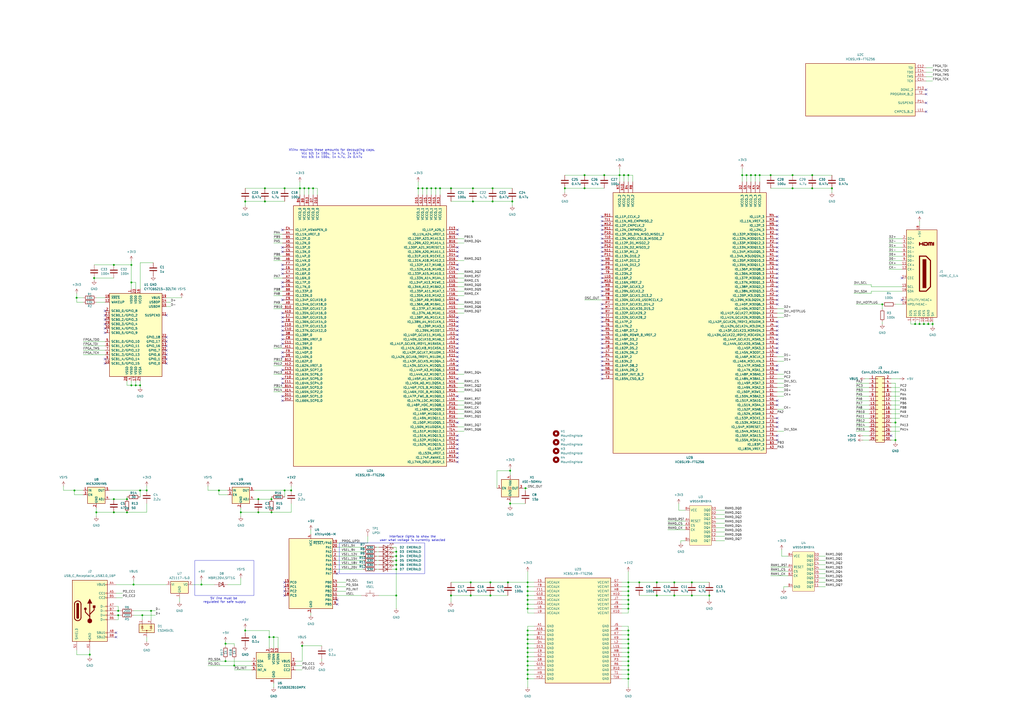
<source format=kicad_sch>
(kicad_sch (version 20231120) (generator "eeschema") (generator_version "8.0")
  (paper "A2")
  (junction (at 304.8 283.21))
  (junction (at 149.86 297.18))
  (junction (at 391.16 337.82))
  (junction (at 364.49 386.08))
  (junction (at 73.66 289.56))
  (junction (at 306.07 383.54))
  (junction (at 306.07 370.84))
  (junction (at 66.04 297.18))
  (junction (at 229.87 325.12))
  (junction (at 438.15 101.6))
  (junction (at 306.07 350.52))
  (junction (at 175.26 374.65))
  (junction (at 364.49 101.6))
  (junction (at 364.49 393.7))
  (junction (at 535.94 187.96))
  (junction (at 157.48 289.56))
  (junction (at 54.61 161.29))
  (junction (at 440.69 101.6))
  (junction (at 81.28 284.48))
  (junction (at 459.74 109.22))
  (junction (at 350.52 101.6))
  (junction (at 179.07 109.22))
  (junction (at 168.91 284.48))
  (junction (at 229.87 320.04))
  (junction (at 538.48 187.96))
  (junction (at 306.07 391.16))
  (junction (at 364.49 373.38))
  (junction (at 306.07 340.36))
  (junction (at 327.66 109.22))
  (junction (at 306.07 353.06))
  (junction (at 285.75 116.84))
  (junction (at 156.21 369.57))
  (junction (at 52.07 379.73))
  (junction (at 285.75 109.22))
  (junction (at 401.32 337.82))
  (junction (at 306.07 393.7))
  (junction (at 44.45 172.72))
  (junction (at 364.49 342.9))
  (junction (at 165.1 109.22))
  (junction (at 149.86 289.56))
  (junction (at 68.58 354.33))
  (junction (at 430.53 101.6))
  (junction (at 306.07 347.98))
  (junction (at 364.49 381))
  (junction (at 435.61 101.6))
  (junction (at 370.84 337.82))
  (junction (at 295.91 292.1))
  (junction (at 364.49 353.06))
  (junction (at 306.07 378.46))
  (junction (at 339.09 109.22))
  (junction (at 294.64 337.82))
  (junction (at 68.58 356.87))
  (junction (at 391.16 345.44))
  (junction (at 247.65 109.22))
  (junction (at 447.04 101.6))
  (junction (at 306.07 337.82))
  (junction (at 364.49 345.44))
  (junction (at 295.91 273.05))
  (junction (at 306.07 386.08))
  (junction (at 261.62 345.44))
  (junction (at 245.11 109.22))
  (junction (at 181.61 109.22))
  (junction (at 471.17 101.6))
  (junction (at 43.18 284.48))
  (junction (at 252.73 109.22))
  (junction (at 130.81 383.54))
  (junction (at 364.49 370.84))
  (junction (at 306.07 345.44))
  (junction (at 78.74 223.52))
  (junction (at 229.87 330.2))
  (junction (at 274.32 109.22))
  (junction (at 76.2 223.52))
  (junction (at 158.75 369.57))
  (junction (at 255.27 109.22))
  (junction (at 176.53 109.22))
  (junction (at 364.49 337.82))
  (junction (at 116.84 339.09))
  (junction (at 306.07 381))
  (junction (at 364.49 365.76))
  (junction (at 359.41 101.6))
  (junction (at 297.18 116.84))
  (junction (at 173.99 109.22))
  (junction (at 306.07 365.76))
  (junction (at 77.47 339.09))
  (junction (at 76.2 153.67))
  (junction (at 85.09 284.48))
  (junction (at 153.67 109.22))
  (junction (at 135.89 386.08))
  (junction (at 533.4 187.96))
  (junction (at 401.32 345.44))
  (junction (at 273.05 345.44))
  (junction (at 273.05 337.82))
  (junction (at 142.24 116.84))
  (junction (at 284.48 337.82))
  (junction (at 55.88 297.18))
  (junction (at 433.07 101.6))
  (junction (at 165.1 284.48))
  (junction (at 530.86 187.96))
  (junction (at 242.57 109.22))
  (junction (at 157.48 297.18))
  (junction (at 482.6 109.22))
  (junction (at 66.04 153.67))
  (junction (at 229.87 322.58))
  (junction (at 229.87 327.66))
  (junction (at 76.2 163.83))
  (junction (at 139.7 297.18))
  (junction (at 364.49 340.36))
  (junction (at 306.07 388.62))
  (junction (at 130.81 373.38))
  (junction (at 511.81 176.53))
  (junction (at 364.49 350.52))
  (junction (at 339.09 101.6))
  (junction (at 364.49 375.92))
  (junction (at 82.55 356.87))
  (junction (at 364.49 391.16))
  (junction (at 66.04 289.56))
  (junction (at 361.95 101.6))
  (junction (at 519.43 245.11))
  (junction (at 471.17 109.22))
  (junction (at 306.07 373.38))
  (junction (at 127 284.48))
  (junction (at 306.07 342.9))
  (junction (at 284.48 345.44))
  (junction (at 87.63 354.33))
  (junction (at 381 345.44))
  (junction (at 364.49 347.98))
  (junction (at 306.07 368.3))
  (junction (at 364.49 383.54))
  (junction (at 381 337.82))
  (junction (at 229.87 345.44))
  (junction (at 153.67 116.84))
  (junction (at 541.02 187.96))
  (junction (at 364.49 378.46))
  (junction (at 519.43 255.27))
  (junction (at 250.19 109.22))
  (junction (at 411.48 345.44))
  (junction (at 274.32 116.84))
  (junction (at 73.66 297.18))
  (junction (at 306.07 375.92))
  (junction (at 142.24 365.76))
  (junction (at 81.28 223.52))
  (junction (at 459.74 101.6))
  (junction (at 364.49 368.3))
  (junction (at 364.49 388.62))
  (junction (at 261.62 109.22))
  (no_connect (at 163.83 189.23))
  (no_connect (at 450.85 148.59))
  (no_connect (at 450.85 133.35))
  (no_connect (at 349.25 128.27))
  (no_connect (at 450.85 146.05))
  (no_connect (at 265.43 189.23))
  (no_connect (at 163.83 158.75))
  (no_connect (at 349.25 189.23))
  (no_connect (at 163.83 184.15))
  (no_connect (at 96.52 208.28))
  (no_connect (at 60.96 208.28))
  (no_connect (at 450.85 158.75))
  (no_connect (at 450.85 194.31))
  (no_connect (at 516.89 252.73))
  (no_connect (at 349.25 166.37))
  (no_connect (at 450.85 189.23))
  (no_connect (at 265.43 186.69))
  (no_connect (at 450.85 176.53))
  (no_connect (at 523.24 173.99))
  (no_connect (at 265.43 133.35))
  (no_connect (at 265.43 267.97))
  (no_connect (at 96.52 195.58))
  (no_connect (at 450.85 214.63))
  (no_connect (at 450.85 173.99))
  (no_connect (at 450.85 168.91))
  (no_connect (at 349.25 161.29))
  (no_connect (at 265.43 201.93))
  (no_connect (at 265.43 199.39))
  (no_connect (at 265.43 153.67))
  (no_connect (at 349.25 146.05))
  (no_connect (at 96.52 203.2))
  (no_connect (at 265.43 184.15))
  (no_connect (at 450.85 191.77))
  (no_connect (at 537.21 52.07))
  (no_connect (at 195.58 347.98))
  (no_connect (at 450.85 128.27))
  (no_connect (at 165.1 342.9))
  (no_connect (at 195.58 350.52))
  (no_connect (at 450.85 245.11))
  (no_connect (at 349.25 176.53))
  (no_connect (at 165.1 340.36))
  (no_connect (at 163.83 204.47))
  (no_connect (at 165.1 337.82))
  (no_connect (at 265.43 135.89))
  (no_connect (at 450.85 163.83))
  (no_connect (at 265.43 229.87))
  (no_connect (at 349.25 209.55))
  (no_connect (at 450.85 161.29))
  (no_connect (at 265.43 209.55))
  (no_connect (at 450.85 232.41))
  (no_connect (at 163.83 199.39))
  (no_connect (at 60.96 182.88))
  (no_connect (at 349.25 194.31))
  (no_connect (at 265.43 245.11))
  (no_connect (at 349.25 130.81))
  (no_connect (at 163.83 194.31))
  (no_connect (at 349.25 138.43))
  (no_connect (at 349.25 135.89))
  (no_connect (at 265.43 173.99))
  (no_connect (at 265.43 196.85))
  (no_connect (at 349.25 204.47))
  (no_connect (at 163.83 153.67))
  (no_connect (at 349.25 163.83))
  (no_connect (at 450.85 196.85))
  (no_connect (at 163.83 232.41))
  (no_connect (at 450.85 156.21))
  (no_connect (at 349.25 196.85))
  (no_connect (at 349.25 151.13))
  (no_connect (at 450.85 143.51))
  (no_connect (at 450.85 166.37))
  (no_connect (at 349.25 133.35))
  (no_connect (at 163.83 191.77))
  (no_connect (at 60.96 180.34))
  (no_connect (at 450.85 186.69))
  (no_connect (at 450.85 153.67))
  (no_connect (at 60.96 193.04))
  (no_connect (at 349.25 184.15))
  (no_connect (at 265.43 265.43))
  (no_connect (at 265.43 194.31))
  (no_connect (at 96.52 198.12))
  (no_connect (at 265.43 143.51))
  (no_connect (at 349.25 219.71))
  (no_connect (at 450.85 140.97))
  (no_connect (at 96.52 200.66))
  (no_connect (at 450.85 255.27))
  (no_connect (at 450.85 212.09))
  (no_connect (at 163.83 186.69))
  (no_connect (at 265.43 214.63))
  (no_connect (at 265.43 148.59))
  (no_connect (at 163.83 222.25))
  (no_connect (at 60.96 190.5))
  (no_connect (at 163.83 229.87))
  (no_connect (at 349.25 181.61))
  (no_connect (at 265.43 255.27))
  (no_connect (at 450.85 234.95))
  (no_connect (at 60.96 187.96))
  (no_connect (at 450.85 138.43))
  (no_connect (at 265.43 260.35))
  (no_connect (at 349.25 171.45))
  (no_connect (at 349.25 140.97))
  (no_connect (at 163.83 143.51))
  (no_connect (at 349.25 212.09))
  (no_connect (at 265.43 156.21))
  (no_connect (at 265.43 219.71))
  (no_connect (at 60.96 185.42))
  (no_connect (at 349.25 186.69))
  (no_connect (at 450.85 199.39))
  (no_connect (at 265.43 262.89))
  (no_connect (at 163.83 156.21))
  (no_connect (at 450.85 242.57))
  (no_connect (at 450.85 204.47))
  (no_connect (at 537.21 59.69))
  (no_connect (at 96.52 210.82))
  (no_connect (at 349.25 143.51))
  (no_connect (at 349.25 191.77))
  (no_connect (at 67.31 369.57))
  (no_connect (at 265.43 257.81))
  (no_connect (at 349.25 217.17))
  (no_connect (at 349.25 125.73))
  (no_connect (at 349.25 168.91))
  (no_connect (at 163.83 166.37))
  (no_connect (at 349.25 156.21))
  (no_connect (at 195.58 332.74))
  (no_connect (at 165.1 345.44))
  (no_connect (at 163.83 219.71))
  (no_connect (at 265.43 146.05))
  (no_connect (at 450.85 252.73))
  (no_connect (at 163.83 133.35))
  (no_connect (at 450.85 247.65))
  (no_connect (at 163.83 196.85))
  (no_connect (at 349.25 207.01))
  (no_connect (at 450.85 130.81))
  (no_connect (at 349.25 158.75))
  (no_connect (at 349.25 199.39))
  (no_connect (at 349.25 179.07))
  (no_connect (at 163.83 146.05))
  (no_connect (at 537.21 64.77))
  (no_connect (at 163.83 163.83))
  (no_connect (at 67.31 367.03))
  (no_connect (at 96.52 182.88))
  (no_connect (at 265.43 252.73))
  (no_connect (at 96.52 205.74))
  (no_connect (at 349.25 153.67))
  (no_connect (at 163.83 207.01))
  (no_connect (at 523.24 161.29))
  (no_connect (at 265.43 204.47))
  (no_connect (at 163.83 181.61))
  (no_connect (at 349.25 201.93))
  (no_connect (at 537.21 54.61))
  (no_connect (at 450.85 171.45))
  (no_connect (at 265.43 212.09))
  (no_connect (at 450.85 125.73))
  (no_connect (at 450.85 201.93))
  (no_connect (at 163.83 173.99))
  (no_connect (at 450.85 135.89))
  (no_connect (at 265.43 207.01))
  (no_connect (at 450.85 151.13))
  (no_connect (at 60.96 210.82))
  (no_connect (at 163.83 214.63))
  (no_connect (at 349.25 214.63))
  (no_connect (at 265.43 191.77))
  (no_connect (at 349.25 148.59))
  (wire (pts (xy 44.45 175.26) (xy 44.45 172.72)))
  (wire (pts (xy 261.62 109.22) (xy 274.32 109.22)))
  (wire (pts (xy 261.62 345.44) (xy 261.62 349.25)))
  (wire (pts (xy 195.58 342.9) (xy 200.66 342.9)))
  (wire (pts (xy 229.87 345.44) (xy 229.87 353.06)))
  (wire (pts (xy 306.07 342.9) (xy 309.88 342.9)))
  (wire (pts (xy 454.66 229.87) (xy 450.85 229.87)))
  (wire (pts (xy 219.71 345.44) (xy 229.87 345.44)))
  (wire (pts (xy 430.53 101.6) (xy 430.53 105.41)))
  (wire (pts (xy 306.07 347.98) (xy 306.07 350.52)))
  (wire (pts (xy 433.07 101.6) (xy 433.07 105.41)))
  (wire (pts (xy 304.8 283.21) (xy 306.07 283.21)))
  (wire (pts (xy 496.57 237.49) (xy 504.19 237.49)))
  (wire (pts (xy 541.02 39.37) (xy 537.21 39.37)))
  (wire (pts (xy 82.55 356.87) (xy 90.17 356.87)))
  (wire (pts (xy 306.07 365.76) (xy 309.88 365.76)))
  (wire (pts (xy 401.32 337.82) (xy 411.48 337.82)))
  (wire (pts (xy 501.65 219.71) (xy 504.19 219.71)))
  (wire (pts (xy 274.32 109.22) (xy 285.75 109.22)))
  (wire (pts (xy 530.86 186.69) (xy 530.86 187.96)))
  (wire (pts (xy 218.44 317.5) (xy 219.71 317.5)))
  (wire (pts (xy 274.32 116.84) (xy 285.75 116.84)))
  (wire (pts (xy 156.21 369.57) (xy 156.21 375.92)))
  (wire (pts (xy 306.07 370.84) (xy 306.07 373.38)))
  (wire (pts (xy 350.52 101.6) (xy 359.41 101.6)))
  (wire (pts (xy 265.43 217.17) (xy 269.24 217.17)))
  (wire (pts (xy 218.44 327.66) (xy 219.71 327.66)))
  (wire (pts (xy 519.43 245.11) (xy 519.43 222.25)))
  (wire (pts (xy 304.8 283.21) (xy 304.8 284.48)))
  (wire (pts (xy 496.57 240.03) (xy 504.19 240.03)))
  (wire (pts (xy 519.43 256.54) (xy 519.43 255.27)))
  (wire (pts (xy 85.09 369.57) (xy 85.09 372.11)))
  (wire (pts (xy 227.33 330.2) (xy 229.87 330.2)))
  (wire (pts (xy 450.85 207.01) (xy 454.66 207.01)))
  (wire (pts (xy 43.18 284.48) (xy 48.26 284.48)))
  (wire (pts (xy 364.49 388.62) (xy 364.49 391.16)))
  (wire (pts (xy 361.95 101.6) (xy 364.49 101.6)))
  (wire (pts (xy 364.49 373.38) (xy 364.49 375.92)))
  (wire (pts (xy 364.49 337.82) (xy 370.84 337.82)))
  (wire (pts (xy 364.49 370.84) (xy 360.68 370.84)))
  (wire (pts (xy 48.26 287.02) (xy 43.18 287.02)))
  (wire (pts (xy 261.62 345.44) (xy 273.05 345.44)))
  (wire (pts (xy 227.33 320.04) (xy 229.87 320.04)))
  (wire (pts (xy 81.28 284.48) (xy 85.09 284.48)))
  (wire (pts (xy 521.97 240.03) (xy 516.89 240.03)))
  (wire (pts (xy 135.89 382.27) (xy 135.89 386.08)))
  (wire (pts (xy 306.07 365.76) (xy 306.07 368.3)))
  (wire (pts (xy 438.15 101.6) (xy 438.15 105.41)))
  (wire (pts (xy 195.58 330.2) (xy 210.82 330.2)))
  (wire (pts (xy 261.62 337.82) (xy 273.05 337.82)))
  (wire (pts (xy 247.65 109.22) (xy 247.65 113.03)))
  (wire (pts (xy 391.16 337.82) (xy 401.32 337.82)))
  (wire (pts (xy 285.75 116.84) (xy 297.18 116.84)))
  (wire (pts (xy 482.6 109.22) (xy 482.6 111.76)))
  (wire (pts (xy 541.02 46.99) (xy 537.21 46.99)))
  (wire (pts (xy 478.79 335.28) (xy 474.98 335.28)))
  (wire (pts (xy 158.75 396.24) (xy 158.75 398.78)))
  (wire (pts (xy 265.43 166.37) (xy 269.24 166.37)))
  (wire (pts (xy 447.04 109.22) (xy 459.74 109.22)))
  (wire (pts (xy 273.05 337.82) (xy 284.48 337.82)))
  (wire (pts (xy 306.07 383.54) (xy 309.88 383.54)))
  (wire (pts (xy 359.41 97.79) (xy 359.41 101.6)))
  (wire (pts (xy 521.97 250.19) (xy 516.89 250.19)))
  (wire (pts (xy 81.28 284.48) (xy 81.28 288.29)))
  (wire (pts (xy 306.07 345.44) (xy 306.07 347.98)))
  (wire (pts (xy 242.57 109.22) (xy 245.11 109.22)))
  (wire (pts (xy 44.45 172.72) (xy 48.26 172.72)))
  (wire (pts (xy 229.87 320.04) (xy 229.87 322.58)))
  (wire (pts (xy 161.29 369.57) (xy 158.75 369.57)))
  (wire (pts (xy 130.81 372.11) (xy 130.81 373.38)))
  (wire (pts (xy 180.34 307.34) (xy 180.34 309.88)))
  (wire (pts (xy 393.7 292.1) (xy 393.7 295.91)))
  (wire (pts (xy 229.87 330.2) (xy 229.87 345.44)))
  (wire (pts (xy 149.86 289.56) (xy 157.48 289.56)))
  (wire (pts (xy 44.45 379.73) (xy 52.07 379.73)))
  (wire (pts (xy 364.49 337.82) (xy 364.49 340.36)))
  (wire (pts (xy 153.67 109.22) (xy 165.1 109.22)))
  (wire (pts (xy 67.31 351.79) (xy 68.58 351.79)))
  (wire (pts (xy 360.68 345.44) (xy 364.49 345.44)))
  (wire (pts (xy 478.79 337.82) (xy 474.98 337.82)))
  (wire (pts (xy 420.37 311.15) (xy 415.29 311.15)))
  (wire (pts (xy 364.49 388.62) (xy 360.68 388.62)))
  (wire (pts (xy 180.34 355.6) (xy 180.34 356.87)))
  (wire (pts (xy 306.07 386.08) (xy 309.88 386.08)))
  (wire (pts (xy 77.47 336.55) (xy 77.47 339.09)))
  (wire (pts (xy 306.07 393.7) (xy 309.88 393.7)))
  (wire (pts (xy 450.85 224.79) (xy 454.66 224.79)))
  (wire (pts (xy 533.4 187.96) (xy 535.94 187.96)))
  (wire (pts (xy 295.91 271.78) (xy 295.91 273.05)))
  (wire (pts (xy 265.43 242.57) (xy 269.24 242.57)))
  (wire (pts (xy 250.19 109.22) (xy 250.19 113.03)))
  (wire (pts (xy 165.1 109.22) (xy 173.99 109.22)))
  (wire (pts (xy 165.1 284.48) (xy 165.1 288.29)))
  (wire (pts (xy 81.28 223.52) (xy 81.28 224.79)))
  (wire (pts (xy 360.68 337.82) (xy 364.49 337.82)))
  (wire (pts (xy 519.43 255.27) (xy 519.43 245.11)))
  (wire (pts (xy 120.65 383.54) (xy 130.81 383.54)))
  (wire (pts (xy 142.24 365.76) (xy 156.21 365.76)))
  (wire (pts (xy 73.66 223.52) (xy 76.2 223.52)))
  (wire (pts (xy 165.1 284.48) (xy 168.91 284.48)))
  (wire (pts (xy 364.49 391.16) (xy 364.49 393.7)))
  (wire (pts (xy 306.07 337.82) (xy 306.07 340.36)))
  (wire (pts (xy 78.74 223.52) (xy 81.28 223.52)))
  (wire (pts (xy 521.97 242.57) (xy 516.89 242.57)))
  (wire (pts (xy 149.86 297.18) (xy 157.48 297.18)))
  (wire (pts (xy 195.58 337.82) (xy 200.66 337.82)))
  (wire (pts (xy 68.58 356.87) (xy 69.85 356.87)))
  (wire (pts (xy 218.44 325.12) (xy 219.71 325.12)))
  (wire (pts (xy 495.3 170.18) (xy 505.46 170.18)))
  (wire (pts (xy 306.07 340.36) (xy 309.88 340.36)))
  (wire (pts (xy 229.87 325.12) (xy 229.87 327.66)))
  (wire (pts (xy 387.35 304.8) (xy 397.51 304.8)))
  (wire (pts (xy 364.49 331.47) (xy 364.49 337.82)))
  (wire (pts (xy 364.49 386.08) (xy 364.49 388.62)))
  (wire (pts (xy 77.47 354.33) (xy 87.63 354.33)))
  (wire (pts (xy 327.66 109.22) (xy 339.09 109.22)))
  (wire (pts (xy 496.57 224.79) (xy 504.19 224.79)))
  (wire (pts (xy 116.84 336.55) (xy 116.84 339.09)))
  (wire (pts (xy 471.17 101.6) (xy 482.6 101.6)))
  (wire (pts (xy 195.58 345.44) (xy 209.55 345.44)))
  (wire (pts (xy 77.47 339.09) (xy 96.52 339.09)))
  (wire (pts (xy 85.09 292.1) (xy 85.09 297.18)))
  (wire (pts (xy 306.07 345.44) (xy 309.88 345.44)))
  (wire (pts (xy 496.57 245.11) (xy 504.19 245.11)))
  (wire (pts (xy 66.04 297.18) (xy 55.88 297.18)))
  (wire (pts (xy 130.81 373.38) (xy 130.81 374.65)))
  (wire (pts (xy 54.61 153.67) (xy 66.04 153.67)))
  (wire (pts (xy 447.04 101.6) (xy 459.74 101.6)))
  (wire (pts (xy 364.49 378.46) (xy 364.49 381)))
  (wire (pts (xy 327.66 101.6) (xy 339.09 101.6)))
  (wire (pts (xy 533.4 128.27) (xy 533.4 130.81)))
  (wire (pts (xy 173.99 109.22) (xy 176.53 109.22)))
  (wire (pts (xy 450.85 184.15) (xy 454.66 184.15)))
  (wire (pts (xy 130.81 383.54) (xy 146.05 383.54)))
  (wire (pts (xy 63.5 284.48) (xy 81.28 284.48)))
  (wire (pts (xy 252.73 109.22) (xy 252.73 113.03)))
  (wire (pts (xy 530.86 187.96) (xy 533.4 187.96)))
  (wire (pts (xy 265.43 250.19) (xy 269.24 250.19)))
  (wire (pts (xy 364.49 363.22) (xy 364.49 365.76)))
  (wire (pts (xy 55.88 294.64) (xy 55.88 297.18)))
  (wire (pts (xy 538.48 186.69) (xy 538.48 187.96)))
  (wire (pts (xy 52.07 377.19) (xy 52.07 379.73)))
  (wire (pts (xy 306.07 355.6) (xy 309.88 355.6)))
  (wire (pts (xy 364.49 365.76) (xy 364.49 368.3)))
  (wire (pts (xy 515.62 140.97) (xy 523.24 140.97)))
  (wire (pts (xy 360.68 350.52) (xy 364.49 350.52)))
  (wire (pts (xy 82.55 356.87) (xy 82.55 359.41)))
  (wire (pts (xy 420.37 308.61) (xy 415.29 308.61)))
  (wire (pts (xy 158.75 135.89) (xy 163.83 135.89)))
  (wire (pts (xy 285.75 109.22) (xy 297.18 109.22)))
  (wire (pts (xy 67.31 356.87) (xy 68.58 356.87)))
  (wire (pts (xy 519.43 222.25) (xy 516.89 222.25)))
  (wire (pts (xy 295.91 273.05) (xy 295.91 275.59)))
  (wire (pts (xy 459.74 109.22) (xy 471.17 109.22)))
  (wire (pts (xy 528.32 187.96) (xy 530.86 187.96)))
  (wire (pts (xy 153.67 116.84) (xy 165.1 116.84)))
  (wire (pts (xy 478.79 327.66) (xy 474.98 327.66)))
  (wire (pts (xy 387.35 302.26) (xy 397.51 302.26)))
  (wire (pts (xy 265.43 179.07) (xy 269.24 179.07)))
  (wire (pts (xy 361.95 101.6) (xy 361.95 105.41)))
  (wire (pts (xy 67.31 346.71) (xy 71.12 346.71)))
  (wire (pts (xy 76.2 153.67) (xy 76.2 163.83)))
  (wire (pts (xy 227.33 322.58) (xy 229.87 322.58)))
  (wire (pts (xy 132.08 287.02) (xy 127 287.02)))
  (wire (pts (xy 420.37 313.69) (xy 415.29 313.69)))
  (wire (pts (xy 195.58 325.12) (xy 210.82 325.12)))
  (wire (pts (xy 179.07 109.22) (xy 179.07 113.03)))
  (wire (pts (xy 242.57 105.41) (xy 242.57 109.22)))
  (wire (pts (xy 450.85 227.33) (xy 454.66 227.33)))
  (wire (pts (xy 265.43 140.97) (xy 269.24 140.97)))
  (wire (pts (xy 48.26 175.26) (xy 44.45 175.26)))
  (wire (pts (xy 218.44 330.2) (xy 219.71 330.2)))
  (wire (pts (xy 447.04 331.47) (xy 457.2 331.47)))
  (wire (pts (xy 515.62 148.59) (xy 523.24 148.59)))
  (wire (pts (xy 430.53 101.6) (xy 433.07 101.6)))
  (wire (pts (xy 519.43 176.53) (xy 523.24 176.53)))
  (wire (pts (xy 158.75 375.92) (xy 158.75 369.57)))
  (wire (pts (xy 364.49 370.84) (xy 364.49 373.38)))
  (wire (pts (xy 515.62 143.51) (xy 523.24 143.51)))
  (wire (pts (xy 381 337.82) (xy 391.16 337.82)))
  (wire (pts (xy 44.45 377.19) (xy 44.45 379.73)))
  (wire (pts (xy 284.48 337.82) (xy 294.64 337.82)))
  (wire (pts (xy 306.07 363.22) (xy 309.88 363.22)))
  (wire (pts (xy 176.53 109.22) (xy 179.07 109.22)))
  (wire (pts (xy 541.02 186.69) (xy 541.02 187.96)))
  (wire (pts (xy 242.57 109.22) (xy 242.57 113.03)))
  (wire (pts (xy 181.61 109.22) (xy 181.61 113.03)))
  (wire (pts (xy 306.07 381) (xy 306.07 383.54)))
  (wire (pts (xy 306.07 370.84) (xy 309.88 370.84)))
  (wire (pts (xy 496.57 247.65) (xy 504.19 247.65)))
  (wire (pts (xy 519.43 245.11) (xy 516.89 245.11)))
  (wire (pts (xy 158.75 176.53) (xy 163.83 176.53)))
  (wire (pts (xy 306.07 388.62) (xy 309.88 388.62)))
  (wire (pts (xy 359.41 101.6) (xy 359.41 105.41)))
  (wire (pts (xy 535.94 187.96) (xy 538.48 187.96)))
  (wire (pts (xy 158.75 148.59) (xy 163.83 148.59)))
  (wire (pts (xy 306.07 381) (xy 309.88 381)))
  (wire (pts (xy 55.88 297.18) (xy 55.88 299.72)))
  (wire (pts (xy 306.07 368.3) (xy 309.88 368.3)))
  (wire (pts (xy 364.49 342.9) (xy 364.49 345.44)))
  (wire (pts (xy 158.75 140.97) (xy 163.83 140.97)))
  (wire (pts (xy 265.43 151.13) (xy 269.24 151.13)))
  (wire (pts (xy 158.75 217.17) (xy 163.83 217.17)))
  (wire (pts (xy 158.75 227.33) (xy 163.83 227.33)))
  (wire (pts (xy 168.91 281.94) (xy 168.91 284.48)))
  (wire (pts (xy 339.09 109.22) (xy 350.52 109.22)))
  (wire (pts (xy 516.89 255.27) (xy 519.43 255.27)))
  (wire (pts (xy 195.58 322.58) (xy 210.82 322.58)))
  (wire (pts (xy 521.97 229.87) (xy 516.89 229.87)))
  (wire (pts (xy 158.75 171.45) (xy 163.83 171.45)))
  (wire (pts (xy 521.97 234.95) (xy 516.89 234.95)))
  (wire (pts (xy 175.26 386.08) (xy 171.45 386.08)))
  (wire (pts (xy 157.48 288.29) (xy 157.48 289.56)))
  (wire (pts (xy 306.07 386.08) (xy 306.07 388.62)))
  (wire (pts (xy 265.43 168.91) (xy 269.24 168.91)))
  (wire (pts (xy 364.49 373.38) (xy 360.68 373.38)))
  (wire (pts (xy 54.61 161.29) (xy 54.61 162.56)))
  (wire (pts (xy 478.79 322.58) (xy 474.98 322.58)))
  (wire (pts (xy 85.09 297.18) (xy 73.66 297.18)))
  (wire (pts (xy 265.43 227.33) (xy 269.24 227.33)))
  (wire (pts (xy 130.81 382.27) (xy 130.81 383.54)))
  (wire (pts (xy 450.85 237.49) (xy 454.66 237.49)))
  (wire (pts (xy 339.09 173.99) (xy 349.25 173.99)))
  (wire (pts (xy 184.15 109.22) (xy 184.15 113.03)))
  (wire (pts (xy 306.07 375.92) (xy 306.07 378.46)))
  (wire (pts (xy 306.07 347.98) (xy 309.88 347.98)))
  (wire (pts (xy 521.97 224.79) (xy 516.89 224.79)))
  (wire (pts (xy 288.29 273.05) (xy 295.91 273.05)))
  (wire (pts (xy 541.02 44.45) (xy 537.21 44.45)))
  (wire (pts (xy 440.69 101.6) (xy 447.04 101.6)))
  (wire (pts (xy 306.07 368.3) (xy 306.07 370.84)))
  (wire (pts (xy 541.02 41.91) (xy 537.21 41.91)))
  (wire (pts (xy 120.65 386.08) (xy 135.89 386.08)))
  (wire (pts (xy 306.07 331.47) (xy 306.07 337.82)))
  (wire (pts (xy 454.66 340.36) (xy 454.66 341.63)))
  (wire (pts (xy 261.62 116.84) (xy 274.32 116.84)))
  (wire (pts (xy 158.75 138.43) (xy 163.83 138.43)))
  (wire (pts (xy 54.61 161.29) (xy 66.04 161.29)))
  (wire (pts (xy 116.84 339.09) (xy 111.76 339.09)))
  (wire (pts (xy 450.85 209.55) (xy 454.66 209.55)))
  (wire (pts (xy 168.91 292.1) (xy 168.91 297.18)))
  (wire (pts (xy 158.75 161.29) (xy 163.83 161.29)))
  (wire (pts (xy 420.37 306.07) (xy 415.29 306.07)))
  (wire (pts (xy 96.52 177.8) (xy 99.06 177.8)))
  (wire (pts (xy 195.58 317.5) (xy 210.82 317.5)))
  (wire (pts (xy 273.05 345.44) (xy 284.48 345.44)))
  (wire (pts (xy 127 284.48) (xy 132.08 284.48)))
  (wire (pts (xy 265.43 237.49) (xy 269.24 237.49)))
  (wire (pts (xy 294.64 337.82) (xy 306.07 337.82)))
  (wire (pts (xy 364.49 365.76) (xy 360.68 365.76)))
  (wire (pts (xy 433.07 101.6) (xy 435.61 101.6)))
  (wire (pts (xy 250.19 109.22) (xy 252.73 109.22)))
  (wire (pts (xy 478.79 330.2) (xy 474.98 330.2)))
  (wire (pts (xy 195.58 340.36) (xy 200.66 340.36)))
  (wire (pts (xy 515.62 146.05) (xy 523.24 146.05)))
  (wire (pts (xy 213.36 314.96) (xy 213.36 311.15)))
  (wire (pts (xy 360.68 342.9) (xy 364.49 342.9)))
  (wire (pts (xy 360.68 353.06) (xy 364.49 353.06)))
  (wire (pts (xy 139.7 335.28) (xy 139.7 339.09)))
  (wire (pts (xy 116.84 339.09) (xy 124.46 339.09)))
  (wire (pts (xy 142.24 364.49) (xy 142.24 365.76)))
  (wire (pts (xy 297.18 116.84) (xy 297.18 119.38)))
  (wire (pts (xy 78.74 167.64) (xy 78.74 163.83)))
  (wire (pts (xy 515.62 151.13) (xy 523.24 151.13)))
  (wire (pts (xy 68.58 351.79) (xy 68.58 354.33)))
  (wire (pts (xy 364.49 375.92) (xy 360.68 375.92)))
  (wire (pts (xy 135.89 386.08) (xy 146.05 386.08)))
  (wire (pts (xy 265.43 138.43) (xy 269.24 138.43)))
  (wire (pts (xy 511.81 176.53) (xy 511.81 179.07)))
  (wire (pts (xy 435.61 101.6) (xy 435.61 105.41)))
  (wire (pts (xy 66.04 289.56) (xy 73.66 289.56)))
  (wire (pts (xy 515.62 153.67) (xy 523.24 153.67)))
  (wire (pts (xy 67.31 339.09) (xy 77.47 339.09)))
  (wire (pts (xy 457.2 340.36) (xy 454.66 340.36)))
  (wire (pts (xy 158.75 209.55) (xy 163.83 209.55)))
  (wire (pts (xy 76.2 223.52) (xy 78.74 223.52)))
  (wire (pts (xy 306.07 353.06) (xy 309.88 353.06)))
  (wire (pts (xy 306.07 375.92) (xy 309.88 375.92)))
  (wire (pts (xy 397.51 313.69) (xy 394.97 313.69)))
  (wire (pts (xy 179.07 109.22) (xy 181.61 109.22)))
  (wire (pts (xy 306.07 378.46) (xy 306.07 381)))
  (wire (pts (xy 175.26 388.62) (xy 171.45 388.62)))
  (wire (pts (xy 364.49 340.36) (xy 364.49 342.9)))
  (wire (pts (xy 521.97 227.33) (xy 516.89 227.33)))
  (wire (pts (xy 535.94 186.69) (xy 535.94 187.96)))
  (wire (pts (xy 173.99 105.41) (xy 173.99 109.22)))
  (wire (pts (xy 130.81 373.38) (xy 135.89 373.38)))
  (wire (pts (xy 295.91 292.1) (xy 304.8 292.1)))
  (wire (pts (xy 364.49 391.16) (xy 360.68 391.16)))
  (wire (pts (xy 142.24 109.22) (xy 153.67 109.22)))
  (wire (pts (xy 496.57 227.33) (xy 504.19 227.33)))
  (wire (pts (xy 541.02 187.96) (xy 541.02 189.23)))
  (wire (pts (xy 87.63 354.33) (xy 87.63 359.41)))
  (wire (pts (xy 48.26 205.74) (xy 60.96 205.74)))
  (wire (pts (xy 67.31 354.33) (xy 68.58 354.33)))
  (wire (pts (xy 364.49 363.22) (xy 360.68 363.22)))
  (wire (pts (xy 306.07 350.52) (xy 306.07 353.06)))
  (wire (pts (xy 453.39 318.77) (xy 453.39 322.58)))
  (wire (pts (xy 306.07 350.52) (xy 309.88 350.52)))
  (wire (pts (xy 77.47 356.87) (xy 82.55 356.87)))
  (wire (pts (xy 87.63 354.33) (xy 90.17 354.33)))
  (wire (pts (xy 496.57 222.25) (xy 504.19 222.25)))
  (wire (pts (xy 265.43 161.29) (xy 269.24 161.29)))
  (wire (pts (xy 521.97 247.65) (xy 516.89 247.65)))
  (wire (pts (xy 515.62 156.21) (xy 523.24 156.21)))
  (wire (pts (xy 158.75 168.91) (xy 163.83 168.91)))
  (wire (pts (xy 496.57 234.95) (xy 504.19 234.95)))
  (wire (pts (xy 158.75 151.13) (xy 163.83 151.13)))
  (wire (pts (xy 48.26 198.12) (xy 60.96 198.12)))
  (wire (pts (xy 227.33 317.5) (xy 229.87 317.5)))
  (wire (pts (xy 158.75 201.93) (xy 163.83 201.93)))
  (wire (pts (xy 175.26 383.54) (xy 175.26 374.65)))
  (wire (pts (xy 306.07 391.16) (xy 309.88 391.16)))
  (wire (pts (xy 450.85 222.25) (xy 454.66 222.25)))
  (wire (pts (xy 186.69 382.27) (xy 186.69 383.54)))
  (wire (pts (xy 73.66 297.18) (xy 66.04 297.18)))
  (wire (pts (xy 391.16 345.44) (xy 401.32 345.44)))
  (wire (pts (xy 195.58 320.04) (xy 210.82 320.04)))
  (wire (pts (xy 36.83 284.48) (xy 43.18 284.48)))
  (wire (pts (xy 447.04 334.01) (xy 457.2 334.01)))
  (wire (pts (xy 168.91 297.18) (xy 157.48 297.18)))
  (wire (pts (xy 36.83 281.94) (xy 36.83 284.48)))
  (wire (pts (xy 364.49 393.7) (xy 360.68 393.7)))
  (wire (pts (xy 306.07 388.62) (xy 306.07 391.16)))
  (wire (pts (xy 265.43 181.61) (xy 269.24 181.61)))
  (wire (pts (xy 218.44 322.58) (xy 219.71 322.58)))
  (wire (pts (xy 478.79 340.36) (xy 474.98 340.36)))
  (wire (pts (xy 364.49 393.7) (xy 364.49 398.78)))
  (wire (pts (xy 67.31 359.41) (xy 68.58 359.41)))
  (wire (pts (xy 81.28 220.98) (xy 81.28 223.52)))
  (wire (pts (xy 505.46 165.1) (xy 505.46 166.37)))
  (wire (pts (xy 76.2 151.13) (xy 76.2 153.67)))
  (wire (pts (xy 255.27 109.22) (xy 261.62 109.22)))
  (wire (pts (xy 306.07 373.38) (xy 306.07 375.92)))
  (wire (pts (xy 364.49 101.6) (xy 367.03 101.6)))
  (wire (pts (xy 161.29 375.92) (xy 161.29 369.57)))
  (wire (pts (xy 139.7 297.18) (xy 139.7 299.72)))
  (wire (pts (xy 364.49 381) (xy 360.68 381)))
  (wire (pts (xy 505.46 170.18) (xy 505.46 168.91)))
  (wire (pts (xy 158.75 212.09) (xy 163.83 212.09)))
  (wire (pts (xy 360.68 347.98) (xy 364.49 347.98)))
  (wire (pts (xy 306.07 363.22) (xy 306.07 365.76)))
  (wire (pts (xy 81.28 167.64) (xy 81.28 152.4)))
  (wire (pts (xy 229.87 327.66) (xy 229.87 330.2)))
  (wire (pts (xy 104.14 346.71) (xy 104.14 349.25)))
  (wire (pts (xy 459.74 101.6) (xy 471.17 101.6)))
  (wire (pts (xy 68.58 354.33) (xy 69.85 354.33)))
  (wire (pts (xy 63.5 289.56) (xy 66.04 289.56)))
  (wire (pts (xy 135.89 388.62) (xy 146.05 388.62)))
  (wire (pts (xy 364.49 101.6) (xy 364.49 105.41)))
  (wire (pts (xy 420.37 300.99) (xy 415.29 300.99)))
  (wire (pts (xy 48.26 203.2) (xy 60.96 203.2)))
  (wire (pts (xy 306.07 340.36) (xy 306.07 342.9)))
  (wire (pts (xy 339.09 101.6) (xy 350.52 101.6)))
  (wire (pts (xy 52.07 379.73) (xy 52.07 381)))
  (wire (pts (xy 255.27 109.22) (xy 252.73 109.22)))
  (wire (pts (xy 516.89 219.71) (xy 521.97 219.71)))
  (wire (pts (xy 303.53 283.21) (xy 304.8 283.21)))
  (wire (pts (xy 139.7 339.09) (xy 132.08 339.09)))
  (wire (pts (xy 364.49 383.54) (xy 360.68 383.54)))
  (wire (pts (xy 453.39 322.58) (xy 457.2 322.58)))
  (wire (pts (xy 538.48 187.96) (xy 541.02 187.96)))
  (wire (pts (xy 81.28 152.4) (xy 88.9 152.4)))
  (wire (pts (xy 528.32 186.69) (xy 528.32 187.96)))
  (wire (pts (xy 387.35 307.34) (xy 397.51 307.34)))
  (wire (pts (xy 142.24 116.84) (xy 153.67 116.84)))
  (wire (pts (xy 360.68 340.36) (xy 364.49 340.36)))
  (wire (pts (xy 66.04 153.67) (xy 76.2 153.67)))
  (wire (pts (xy 73.66 288.29) (xy 73.66 289.56)))
  (wire (pts (xy 364.49 345.44) (xy 364.49 347.98)))
  (wire (pts (xy 420.37 295.91) (xy 415.29 295.91)))
  (wire (pts (xy 521.97 237.49) (xy 516.89 237.49)))
  (wire (pts (xy 78.74 163.83) (xy 76.2 163.83)))
  (wire (pts (xy 158.75 179.07) (xy 163.83 179.07)))
  (wire (pts (xy 450.85 217.17) (xy 454.66 217.17)))
  (wire (pts (xy 364.49 368.3) (xy 364.49 370.84)))
  (wire (pts (xy 450.85 179.07) (xy 454.66 179.07)))
  (wire (pts (xy 370.84 337.82) (xy 381 337.82)))
  (wire (pts (xy 411.48 345.44) (xy 411.48 347.98)))
  (wire (pts (xy 120.65 284.48) (xy 127 284.48)))
  (wire (pts (xy 229.87 322.58) (xy 229.87 325.12)))
  (wire (pts (xy 68.58 359.41) (xy 68.58 356.87)))
  (wire (pts (xy 245.11 109.22) (xy 245.11 113.03)))
  (wire (pts (xy 195.58 327.66) (xy 210.82 327.66)))
  (wire (pts (xy 227.33 327.66) (xy 229.87 327.66)))
  (wire (pts (xy 295.91 290.83) (xy 295.91 292.1)))
  (wire (pts (xy 245.11 109.22) (xy 247.65 109.22)))
  (wire (pts (xy 505.46 168.91) (xy 523.24 168.91)))
  (wire (pts (xy 420.37 303.53) (xy 415.29 303.53)))
  (wire (pts (xy 255.27 113.03) (xy 255.27 109.22)))
  (wire (pts (xy 523.24 166.37) (xy 505.46 166.37)))
  (wire (pts (xy 96.52 172.72) (xy 105.41 172.72)))
  (wire (pts (xy 364.49 378.46) (xy 360.68 378.46)))
  (wire (pts (xy 306.07 378.46) (xy 309.88 378.46)))
  (wire (pts (xy 284.48 345.44) (xy 294.64 345.44)))
  (wire (pts (xy 500.38 252.73) (xy 504.19 252.73)))
  (wire (pts (xy 447.04 328.93) (xy 457.2 328.93)))
  (wire (pts (xy 450.85 181.61) (xy 454.66 181.61)))
  (wire (pts (xy 521.97 232.41) (xy 516.89 232.41)))
  (wire (pts (xy 265.43 247.65) (xy 269.24 247.65)))
  (wire (pts (xy 306.07 393.7) (xy 306.07 398.78)))
  (wire (pts (xy 306.07 342.9) (xy 306.07 345.44)))
  (wire (pts (xy 496.57 176.53) (xy 511.81 176.53)))
  (wire (pts (xy 471.17 109.22) (xy 482.6 109.22)))
  (wire (pts (xy 142.24 116.84) (xy 142.24 119.38)))
  (wire (pts (xy 265.43 234.95) (xy 269.24 234.95)))
  (wire (pts (xy 195.58 314.96) (xy 213.36 314.96)))
  (wire (pts (xy 48.26 200.66) (xy 60.96 200.66)))
  (wire (pts (xy 295.91 292.1) (xy 295.91 293.37)))
  (wire (pts (xy 96.52 175.26) (xy 99.06 175.26)))
  (wire (pts (xy 478.79 325.12) (xy 474.98 325.12)))
  (wire (pts (xy 44.45 172.72) (xy 44.45 170.18)))
  (wire (pts (xy 78.74 220.98) (xy 78.74 223.52)))
  (wire (pts (xy 496.57 232.41) (xy 504.19 232.41)))
  (wire (pts (xy 142.24 365.76) (xy 142.24 367.03)))
  (wire (pts (xy 478.79 332.74) (xy 474.98 332.74)))
  (wire (pts (xy 176.53 109.22) (xy 176.53 113.03)))
  (wire (pts (xy 135.89 373.38) (xy 135.89 374.65)))
  (wire (pts (xy 370.84 345.44) (xy 381 345.44)))
  (wire (pts (xy 158.75 369.57) (xy 156.21 369.57)))
  (wire (pts (xy 156.21 365.76) (xy 156.21 369.57)))
  (wire (pts (xy 175.26 374.65) (xy 186.69 374.65)))
  (wire (pts (xy 511.81 186.69) (xy 511.81 187.96)))
  (wire (pts (xy 229.87 317.5) (xy 229.87 320.04)))
  (wire (pts (xy 265.43 224.79) (xy 269.24 224.79)))
  (wire (pts (xy 381 345.44) (xy 391.16 345.44)))
  (wire (pts (xy 306.07 391.16) (xy 306.07 393.7)))
  (wire (pts (xy 139.7 297.18) (xy 149.86 297.18)))
  (wire (pts (xy 265.43 171.45) (xy 269.24 171.45)))
  (wire (pts (xy 420.37 298.45) (xy 415.29 298.45)))
  (wire (pts (xy 359.41 101.6) (xy 361.95 101.6)))
  (wire (pts (xy 364.49 381) (xy 364.49 383.54)))
  (wire (pts (xy 247.65 109.22) (xy 250.19 109.22)))
  (wire (pts (xy 139.7 294.64) (xy 139.7 297.18)))
  (wire (pts (xy 450.85 219.71) (xy 454.66 219.71)))
  (wire (pts (xy 127 287.02) (xy 127 284.48)))
  (wire (pts (xy 265.43 163.83) (xy 269.24 163.83)))
  (wire (pts (xy 430.53 97.79) (xy 430.53 101.6)))
  (wire (pts (xy 533.4 186.69) (xy 533.4 187.96)))
  (wire (pts (xy 73.66 220.98) (xy 73.66 223.52)))
  (wire (pts (xy 496.57 242.57) (xy 504.19 242.57)))
  (wire (pts (xy 496.57 229.87) (xy 504.19 229.87)))
  (wire (pts (xy 265.43 158.75) (xy 269.24 158.75)))
  (wire (pts (xy 218.44 320.04) (xy 219.71 320.04)))
  (wire (pts (xy 265.43 222.25) (xy 269.24 222.25)))
  (wire (pts (xy 440.69 105.41) (xy 440.69 101.6)))
  (wire (pts (xy 227.33 325.12) (xy 229.87 325.12)))
  (wire (pts (xy 364.49 368.3) (xy 360.68 368.3)))
  (wire (pts (xy 327.66 109.22) (xy 327.66 111.76)))
  (wire (pts (xy 306.07 383.54) (xy 306.07 386.08)))
  (wire (pts (xy 288.29 283.21) (xy 288.29 273.05)))
  (wire (pts (xy 364.49 375.92) (xy 364.49 378.46)))
  (wire (pts (xy 364.49 347.98) (xy 364.49 350.52)))
  (wire (pts (xy 120.65 281.94) (xy 120.65 284.48)))
  (wire (pts (xy 181.61 109.22) (xy 184.15 109.22)))
  (wire (pts (xy 76.2 163.83) (xy 76.2 167.64)))
  (wire (pts (xy 55.88 175.26) (xy 60.96 175.26)))
  (wire (pts (xy 394.97 313.69) (xy 394.97 314.96)))
  (wire (pts (xy 495.3 165.1) (xy 505.46 165.1)))
  (wire (pts (xy 496.57 250.19) (xy 504.19 250.19)))
  (wire (pts (xy 360.68 355.6) (xy 364.49 355.6)))
  (wire (pts (xy 158.75 224.79) (xy 163.83 224.79)))
  (wire (pts (xy 67.31 344.17) (xy 71.12 344.17)))
  (wire (pts (xy 43.18 287.02) (xy 43.18 284.48)))
  (wire (pts (xy 401.32 345.44) (xy 411.48 345.44)))
  (wire (pts (xy 440.69 101.6) (xy 438.15 101.6)))
  (wire (pts (xy 85.09 281.94) (xy 85.09 284.48)))
  (wire (pts (xy 306.07 373.38) (xy 309.88 373.38)))
  (wire (pts (xy 364.49 350.52) (xy 364.49 353.06)))
  (wire (pts (xy 265.43 176.53) (xy 269.24 176.53)))
  (wire (pts (xy 450.85 250.19) (xy 454.66 250.19)))
  (wire (pts (xy 515.62 138.43) (xy 523.24 138.43)))
  (wire (pts (xy 364.49 386.08) (xy 360.68 386.08)))
  (wire (pts (xy 76.2 220.98) (xy 76.2 223.52)))
  (wire (pts (xy 435.61 101.6) (xy 438.15 101.6)))
  (wire (pts (xy 55.88 172.72) (xy 60.96 172.72)))
  (wire (pts (xy 500.38 255.27) (xy 504.19 255.27)))
  (wire (pts (xy 147.32 284.48) (xy 165.1 284.48)))
  (wire (pts (xy 364.49 383.54) (xy 364.49 386.08)))
  (wire (pts (xy 171.45 383.54) (xy 175.26 383.54)))
  (wire (pts (xy 173.99 109.22) (xy 173.99 113.03)))
  (wire (pts (xy 265.43 232.41) (xy 269.24 232.41)))
  (wire (pts (xy 306.07 337.82) (xy 309.88 337.82)))
  (wire (pts (xy 393.7 295.91) (xy 397.51 295.91)))
  (wire (pts (xy 306.07 353.06) (xy 306.07 355.6)))
  (wire (pts (xy 265.43 240.03) (xy 269.24 240.03)))
  (wire (pts (xy 147.32 289.56) (xy 149.86 289.56)))
  (wire (pts (xy 364.49 353.06) (xy 364.49 355.6)))
  (wire (pts (xy 367.03 101.6) (xy 367.03 105.41)))
  (rectangle (start 196.85 314.96) (end 246.38 332.74))
  (rectangle (start 113.03 325.12) (end 147.32 345.44))
  (text "5V line must be \nregulated for safe supply" (at 130.302 348.234 0) (effects (font (size 1.27 1.27))))
  (text "Xilinx requires these amounts for decoupling caps.\nVcc b2: 1x 100u, 1x 4.7u, 1x 0.47u\nVcc b3: 1x 100u, 1x 4.7u, 2x 0.47u" (at 192.532 89.154 0) (effects (font (size 1.27 1.27))))
  (text "Interface lights to show the\nuser what voltage is currently selected" (at 239.268 312.42 0) (effects (font (size 1.27 1.27))))
  (label "RAM0_DQ7" (at 420.37 313.69 0))
  (label "PROG_UPDI" (at 198.12 314.96 0))
  (label "PD_CC2" (at 175.26 388.62 0))
  (label "VSEL_15V" (at 198.12 325.12 0))
  (label "RAM0_CS" (at 269.24 163.83 0))
  (label "D2-" (at 515.62 140.97 0))
  (label "PA4" (at 521.97 229.87 0))
  (label "FPGA_TMS" (at 541.02 44.45 0))
  (label "RAM0_DQ4" (at 269.24 140.97 0))
  (label "RAM1_CS" (at 447.04 331.47 0))
  (label "RAM1_DQ4" (at 478.79 332.74 0))
  (label "VSEL_9V" (at 198.12 320.04 0))
  (label "PD_SCL" (at 120.65 386.08 0))
  (label "RAM1_DQ2" (at 478.79 327.66 0))
  (label "FPGA_TMS" (at 48.26 203.2 0))
  (label "PA11" (at 158.75 201.93 0))
  (label "D2-" (at 454.66 184.15 0))
  (label "PB12" (at 496.57 245.11 0))
  (label "RAM0_RST" (at 387.35 302.26 0))
  (label "PB10" (at 158.75 179.07 0))
  (label "PB5" (at 158.75 138.43 0))
  (label "PA12" (at 521.97 242.57 0))
  (label "RAM1_DQ3" (at 269.24 227.33 0))
  (label "PA6" (at 496.57 232.41 0))
  (label "RAM1_RST" (at 447.04 328.93 0))
  (label "CK+" (at 454.66 229.87 0))
  (label "PA3" (at 521.97 227.33 0))
  (label "VSEL_12V" (at 198.12 322.58 0))
  (label "D1-" (at 515.62 146.05 0))
  (label "PB15" (at 269.24 138.43 0))
  (label "PA5" (at 496.57 229.87 0))
  (label "RAM1_DQ6" (at 269.24 250.19 0))
  (label "PB15" (at 496.57 250.19 0))
  (label "D+" (at 99.06 175.26 0))
  (label "PA8" (at 158.75 171.45 0))
  (label "PC2" (at 521.97 224.79 0))
  (label "RAM0_DQ1" (at 269.24 176.53 0))
  (label "PB6" (at 521.97 234.95 0))
  (label "RAM0_DQ2" (at 269.24 158.75 0))
  (label "PB10" (at 496.57 240.03 0))
  (label "RAM0_CK" (at 269.24 171.45 0))
  (label "FPGA_TDO" (at 48.26 198.12 0))
  (label "RAM0_DQ6" (at 420.37 311.15 0))
  (label "DVI_SCL" (at 495.3 165.1 0))
  (label "PB3" (at 450.85 257.81 0))
  (label "PD_INIT" (at 135.89 388.62 0))
  (label "PB12" (at 158.75 209.55 0))
  (label "PB14" (at 496.57 247.65 0))
  (label "DVI_HOTPLUG" (at 496.57 176.53 0))
  (label "PA14" (at 158.75 227.33 0))
  (label "RAM0_RST" (at 269.24 161.29 0))
  (label "D0-" (at 515.62 151.13 0))
  (label "OSC_OUT" (at 339.09 173.99 0))
  (label "RAM0_DQ3" (at 269.24 151.13 0))
  (label "PB8" (at 521.97 237.49 0))
  (label "D-" (at 99.06 177.8 0))
  (label "RAM1_DQ4" (at 269.24 217.17 0))
  (label "PA14" (at 521.97 250.19 0))
  (label "DVI_SDA" (at 495.3 170.18 0))
  (label "D-" (at 90.17 354.33 0))
  (label "VSEL_5V" (at 198.12 317.5 0))
  (label "PA3" (at 450.85 260.35 0))
  (label "PA11" (at 496.57 242.57 0))
  (label "PD_SDA" (at 200.66 340.36 0))
  (label "PD_CC1" (at 175.26 386.08 0))
  (label "VSEL_20V" (at 198.12 330.2 0))
  (label "PB3" (at 496.57 227.33 0))
  (label "FPGA_TCK" (at 541.02 46.99 0))
  (label "RAM1_DQ3" (at 478.79 330.2 0))
  (label "D0+" (at 515.62 148.59 0))
  (label "PA9" (at 158.75 176.53 0))
  (label "PD_SDA" (at 120.65 383.54 0))
  (label "RAM1_DQ7" (at 269.24 247.65 0))
  (label "RAM1_DQ1" (at 478.79 325.12 0))
  (label "RAM1_DQ2" (at 269.24 224.79 0))
  (label "RAM0_DQ6" (at 269.24 179.07 0))
  (label "PA5" (at 158.75 140.97 0))
  (label "FPGA_TDO" (at 541.02 41.91 0))
  (label "RAM0_DQ5" (at 420.37 308.61 0))
  (label "D2+" (at 454.66 179.07 0))
  (label "RAM1_DQ5" (at 269.24 240.03 0))
  (label "PC2" (at 454.66 219.71 0))
  (label "CK+" (at 515.62 153.67 0))
  (label "PB14" (at 158.75 224.79 0))
  (label "DVI_SDA" (at 454.66 250.19 0))
  (label "RAM1_CS" (at 269.24 222.25 0))
  (label "RAM1_DQ1" (at 269.24 242.57 0))
  (label "PA7" (at 496.57 234.95 0))
  (label "PA2" (at 450.85 240.03 0))
  (label "RAM1_CK" (at 269.24 237.49 0))
  (label "RAM1_DQ7" (at 478.79 340.36 0))
  (label "PD_INIT" (at 200.66 342.9 0))
  (label "DVI_SCL" (at 454.66 222.25 0))
  (label "RAM0_CS" (at 387.35 304.8 0))
  (label "FPGA_TCK" (at 48.26 205.74 0))
  (label "PB6" (at 158.75 148.59 0))
  (label "RAM0_DQ2" (at 420.37 300.99 0))
  (label "CK-" (at 515.62 156.21 0))
  (label "PA6" (at 158.75 151.13 0))
  (label "VSEL" (at 200.66 345.44 0))
  (label "OSC_OUT" (at 306.07 283.21 0))
  (label "RAM0_DQ3" (at 420.37 303.53 0))
  (label "D2+" (at 515.62 138.43 0))
  (label "RAM0_DQ0" (at 420.37 295.91 0))
  (label "PA13" (at 158.75 217.17 0))
  (label "D1-" (at 454.66 207.01 0))
  (label "DVI_HOTPLUG" (at 454.66 181.61 0))
  (label "RAM0_DQ7" (at 269.24 181.61 0))
  (label "RAM0_DQ5" (at 269.24 168.91 0))
  (label "RAM1_RST" (at 269.24 232.41 0))
  (label "FPGA_TDI" (at 541.02 39.37 0))
  (label "RAM1_DQ5" (at 478.79 335.28 0))
  (label "PA7" (at 158.75 161.29 0))
  (label "PA2" (at 496.57 222.25 0))
  (label "PD_CC1" (at 71.12 344.17 0))
  (label "RAM0_DQ4" (at 420.37 306.07 0))
  (label "PB5" (at 521.97 232.41 0))
  (label "D+" (at 90.17 356.87 0))
  (label "RAM0_DQ0" (at 269.24 166.37 0))
  (label "VSEL_18V" (at 198.12 327.66 0))
  (label "PD_SCL" (at 200.66 337.82 0))
  (label "PA9" (at 521.97 240.03 0))
  (label "PC3" (at 496.57 224.79 0))
  (label "RAM1_DQ6" (at 478.79 337.82 0))
  (label "D0-" (at 454.66 224.79 0))
  (label "D1+" (at 454.66 209.55 0))
  (label "PC3" (at 454.66 217.17 0))
  (label "RAM1_DQ0" (at 269.24 234.95 0))
  (label "PB8" (at 158.75 168.91 0))
  (label "RAM0_CK" (at 387.35 307.34 0))
  (label "PA12" (at 158.75 212.09 0))
  (label "FPGA_TDI" (at 48.26 200.66 0))
  (label "RAM1_DQ0" (at 478.79 322.58 0))
  (label "RAM1_CK" (at 447.04 334.01 0))
  (label "PA8" (at 496.57 237.49 0))
  (label "CK-" (at 454.66 237.49 0))
  (label "D0+" (at 454.66 227.33 0))
  (label "RAM0_DQ1" (at 420.37 298.45 0))
  (label "PD_CC2" (at 71.12 346.71 0))
  (label "PA13" (at 521.97 247.65 0))
  (label "D1+" (at 515.62 143.51 0))
  (label "PA4" (at 158.75 135.89 0))
  (symbol (lib_id "Device:C") (at 168.91 288.29 0) (unit 1)
    (property "Reference" "C2" (at 172.72 287.0199 0) (effects (justify left)))
    (property "Value" "2.2u" (at 172.72 289.5599 0) (effects (justify left)))
    (property "Footprint" "Capacitor_SMD:C_0402_1005Metric" (effects (hide yes)))
    (property "Description" "Unpolarized capacitor" (effects (hide yes)))
  )
  (symbol (lib_id "power:VBUS") (at 120.65 281.94 0) (unit 1)
    (property "Reference" "#PWR045" (effects (hide yes)))
    (property "Value" "VSYS" (at 120.65 276.86 0))
    (property "Description" "Power symbol creates a global label with name \"VBUS\"" (effects (hide yes)))
  )
  (symbol (lib_id "Device:C") (at 261.62 341.63 0) (unit 1)
    (property "Reference" "C17" (at 265.43 340.3599 0) (effects (justify left)))
    (property "Value" "0.47u" (at 265.43 342.8999 0) (effects (justify left)))
    (property "Footprint" "Capacitor_SMD:C_0402_1005Metric" (effects (hide yes)))
    (property "Description" "Unpolarized capacitor" (effects (hide yes)))
  )
  (symbol (lib_id "Device:R") (at 214.63 320.04 90) (unit 1)
    (property "Reference" "R8" (at 210.312 318.516 90))
    (property "Value" "330" (at 214.63 320.04 90))
    (property "Footprint" "Resistor_SMD:R_0402_1005Metric" (effects (hide yes)))
    (property "Description" "Resistor" (effects (hide yes)))
  )
  (symbol (lib_id "Device:C") (at 327.66 105.41 0) (unit 1)
    (property "Reference" "C25" (at 331.47 104.1399 0) (effects (justify left)))
    (property "Value" "0.47u" (at 331.47 106.6799 0) (effects (justify left)))
    (property "Footprint" "Capacitor_SMD:C_0402_1005Metric" (effects (hide yes)))
    (property "Description" "Unpolarized capacitor" (effects (hide yes)))
  )
  (symbol (lib_id "Regulator_Linear:MIC5205YM5") (at 139.7 287.02 0) (unit 1)
    (property "Reference" "U9" (at 139.7 278.13 0))
    (property "Value" "MIC5205YM5" (at 139.7 280.67 0))
    (property "Footprint" "Package_TO_SOT_SMD:SOT-23-5" (effects (hide yes)))
    (property "Datasheet" "http://ww1.microchip.com/downloads/en/DeviceDoc/20005785A.pdf" (effects (hide yes)))
    (property "Description" "150mA low dropout linear regulator, adjustable output, SOT-23-5" (effects (hide yes)))
  )
  (symbol (lib_id "power:GND") (at 297.18 119.38 0) (unit 1)
    (property "Reference" "#PWR015" (effects (hide yes)))
    (property "Value" "GND" (at 297.18 124.46 0))
    (property "Description" "Power symbol creates a global label with name \"GND\" , ground" (effects (hide yes)))
  )
  (symbol (lib_id "Device:C") (at 88.9 156.21 0) (unit 1)
    (property "Reference" "C1" (at 92.71 154.9399 0) (effects (justify left)))
    (property "Value" "1u" (at 92.71 157.4799 0) (effects (justify left)))
    (property "Footprint" "Capacitor_SMD:C_0402_1005Metric" (effects (hide yes)))
    (property "Description" "Unpolarized capacitor" (effects (hide yes)))
  )
  (symbol (lib_id "Device:R") (at 511.81 182.88 180) (unit 1)
    (property "Reference" "R3" (at 514.35 181.6099 0) (effects (justify right)))
    (property "Value" "100k" (at 514.35 184.1499 0) (effects (justify right)))
    (property "Footprint" "Resistor_SMD:R_0402_1005Metric" (effects (hide yes)))
    (property "Description" "Resistor" (effects (hide yes)))
  )
  (symbol (lib_id "power:GND") (at 158.75 398.78 0) (unit 1)
    (property "Reference" "#PWR027" (effects (hide yes)))
    (property "Value" "GND" (at 158.75 403.86 0))
    (property "Description" "Power symbol creates a global label with name \"GND\" , ground" (effects (hide yes)))
  )
  (symbol (lib_id "Device:C") (at 165.1 113.03 0) (unit 1)
    (property "Reference" "C18" (at 168.91 111.7599 0) (effects (justify left)))
    (property "Value" "100u" (at 168.91 114.2999 0) (effects (justify left)))
    (property "Footprint" "Capacitor_SMD:C_0402_1005Metric" (effects (hide yes)))
    (property "Description" "Unpolarized capacitor" (effects (hide yes)))
  )
  (symbol (lib_id "Device:C") (at 149.86 293.37 0) (unit 1)
    (property "Reference" "C3" (at 153.67 292.0999 0) (effects (justify left)))
    (property "Value" "470p" (at 153.67 294.6399 0) (effects (justify left)))
    (property "Footprint" "Capacitor_SMD:C_0402_1005Metric" (effects (hide yes)))
    (property "Description" "Unpolarized capacitor" (effects (hide yes)))
  )
  (symbol (lib_id "power:GND") (at 394.97 314.96 0) (unit 1)
    (property "Reference" "#PWR021" (effects (hide yes)))
    (property "Value" "GND" (at 394.97 320.04 0))
    (property "Description" "Power symbol creates a global label with name \"GND\" , ground" (effects (hide yes)))
  )
  (symbol (lib_id "power:+5V") (at 116.84 336.55 0) (unit 1)
    (property "Reference" "#PWR030" (effects (hide yes)))
    (property "Value" "+5V" (at 116.84 331.47 0))
    (property "Description" "Power symbol creates a global label with name \"+5V\"" (effects (hide yes)))
  )
  (symbol (lib_id "Device:C") (at 273.05 341.63 0) (unit 1)
    (property "Reference" "C16" (at 276.86 340.3599 0) (effects (justify left)))
    (property "Value" "0.47u" (at 276.86 342.8999 0) (effects (justify left)))
    (property "Footprint" "Capacitor_SMD:C_0402_1005Metric" (effects (hide yes)))
    (property "Description" "Unpolarized capacitor" (effects (hide yes)))
  )
  (symbol (lib_id "Device:C") (at 66.04 293.37 0) (unit 1)
    (property "Reference" "C5" (at 69.85 292.0999 0) (effects (justify left)))
    (property "Value" "470p" (at 69.85 294.6399 0) (effects (justify left)))
    (property "Footprint" "Capacitor_SMD:C_0402_1005Metric" (effects (hide yes)))
    (property "Description" "Unpolarized capacitor" (effects (hide yes)))
  )
  (symbol (lib_id "power:GND") (at 88.9 160.02 0) (unit 1)
    (property "Reference" "#PWR04" (effects (hide yes)))
    (property "Value" "GND" (at 88.9 165.1 0))
    (property "Description" "Power symbol creates a global label with name \"GND\" , ground" (effects (hide yes)))
  )
  (symbol (lib_id "Device:LED") (at 223.52 325.12 180) (unit 1)
    (property "Reference" "D5" (at 234.442 325.12 0) (effects (justify left)))
    (property "Value" "EMERALD" (at 244.348 325.12 0) (effects (justify left)))
    (property "Footprint" "LED_SMD:LED_0402_1005Metric" (effects (hide yes)))
    (property "Description" "Light emitting diode" (effects (hide yes)))
  )
  (symbol (lib_id "FPGA_Xilinx_Spartan6:XC6SLX9-FTG256") (at 214.63 191.77 0) (unit 1)
    (property "Reference" "U2" (at 214.63 273.05 0))
    (property "Value" "XC6SLX9-FTG256" (at 214.63 275.59 0))
    (property "Footprint" "Package_BGA:BGA-256_17.0x17.0mm_Layout16x16_P1.0mm_Ball0.5mm_Pad0.4mm_NSMD" (effects (hide yes)))
    (property "Description" "Spartan 6 LX 9 XC6SLX9-FTG256" (effects (hide yes)))
  )
  (symbol (lib_id "Device:C") (at 339.09 105.41 0) (unit 1)
    (property "Reference" "C26" (at 342.9 104.1399 0) (effects (justify left)))
    (property "Value" "4.7u" (at 342.9 106.6799 0) (effects (justify left)))
    (property "Footprint" "Capacitor_SMD:C_0402_1005Metric" (effects (hide yes)))
    (property "Description" "Unpolarized capacitor" (effects (hide yes)))
  )
  (symbol (lib_id "Oscillator:ASE-xxxMHz") (at 295.91 283.21 0) (unit 1)
    (property "Reference" "X1" (at 308.61 276.8914 0))
    (property "Value" "ASE-50MHz" (at 308.61 279.4314 0))
    (property "Footprint" "Oscillator:Oscillator_SMD_Abracon_ASE-4Pin_3.2x2.5mm" (effects (hide yes)))
    (property "Datasheet" "http://www.abracon.com/Oscillators/ASV.pdf" (effects (hide yes)))
    (property "Description" "3.3V CMOS SMD Crystal Clock Oscillator, Abracon" (effects (hide yes)))
  )
  (symbol (lib_id "Device:C") (at 459.74 105.41 0) (unit 1)
    (property "Reference" "C29" (at 463.55 104.1399 0) (effects (justify left)))
    (property "Value" "4.7u" (at 463.55 106.6799 0) (effects (justify left)))
    (property "Footprint" "Capacitor_SMD:C_0402_1005Metric" (effects (hide yes)))
    (property "Description" "Unpolarized capacitor" (effects (hide yes)))
  )
  (symbol (lib_id "Device:C") (at 381 341.63 0) (unit 1)
    (property "Reference" "C10" (at 384.81 340.3599 0) (effects (justify left)))
    (property "Value" "4.7u" (at 384.81 342.8999 0) (effects (justify left)))
    (property "Footprint" "Capacitor_SMD:C_0402_1005Metric" (effects (hide yes)))
    (property "Description" "Unpolarized capacitor" (effects (hide yes)))
  )
  (symbol (lib_id "Mechanical:MountingHole") (at 322.58 266.7 0) (unit 1) (exclude_from_sim yes) (in_bom no)
    (property "Reference" "H4" (at 325.12 265.4299 0) (effects (justify left)))
    (property "Value" "MountingHole" (at 325.12 267.9699 0) (effects (justify left)))
    (property "Footprint" "MountingHole:MountingHole_2.1mm" (effects (hide yes)))
    (property "Description" "Mounting Hole without connection" (effects (hide yes)))
  )
  (symbol (lib_id "Device:R") (at 73.66 293.37 180) (unit 1)
    (property "Reference" "R13" (at 76.2 292.0999 0) (effects (justify right)))
    (property "Value" "50" (at 76.2 294.6399 0) (effects (justify right)))
    (property "Footprint" "Resistor_SMD:R_0402_1005Metric" (effects (hide yes)))
    (property "Description" "Resistor" (effects (hide yes)))
  )
  (symbol (lib_id "Switch:SW_Push") (at 214.63 345.44 0) (unit 1)
    (property "Reference" "SW1" (at 214.63 337.82 0))
    (property "Value" "VSEL" (at 214.63 340.36 0))
    (property "Footprint" "Button_Switch_SMD:SW_Push_1P1T_NO_Vertical_Wuerth_434133025816" (effects (hide yes)))
    (property "Description" "Push button switch, generic, two pins" (effects (hide yes)))
  )
  (symbol (lib_id "power:VBUS") (at 175.26 374.65 0) (unit 1)
    (property "Reference" "#PWR037" (effects (hide yes)))
    (property "Value" "VBUS" (at 175.26 369.57 0))
    (property "Description" "Power symbol creates a global label with name \"VBUS\"" (effects (hide yes)))
  )
  (symbol (lib_id "Device:C") (at 447.04 105.41 0) (unit 1)
    (property "Reference" "C28" (at 450.85 104.1399 0) (effects (justify left)))
    (property "Value" "100u" (at 450.85 106.6799 0) (effects (justify left)))
    (property "Footprint" "Capacitor_SMD:C_0402_1005Metric" (effects (hide yes)))
    (property "Description" "Unpolarized capacitor" (effects (hide yes)))
  )
  (symbol (lib_id "Regulator_Linear:MIC5205YM5") (at 55.88 287.02 0) (unit 1)
    (property "Reference" "U8" (at 55.88 278.13 0))
    (property "Value" "MIC5205YM5" (at 55.88 280.67 0))
    (property "Footprint" "Package_TO_SOT_SMD:SOT-23-5" (effects (hide yes)))
    (property "Datasheet" "http://ww1.microchip.com/downloads/en/DeviceDoc/20005785A.pdf" (effects (hide yes)))
    (property "Description" "150mA low dropout linear regulator, adjustable output, SOT-23-5" (effects (hide yes)))
  )
  (symbol (lib_id "power:GND") (at 295.91 293.37 0) (unit 1)
    (property "Reference" "#PWR012" (effects (hide yes)))
    (property "Value" "GND" (at 295.91 298.45 0))
    (property "Description" "Power symbol creates a global label with name \"GND\" , ground" (effects (hide yes)))
  )
  (symbol (lib_id "power:GND") (at 142.24 374.65 0) (unit 1)
    (property "Reference" "#PWR036" (effects (hide yes)))
    (property "Value" "GND" (at 142.24 379.73 0))
    (property "Description" "Power symbol creates a global label with name \"GND\" , ground" (effects (hide yes)))
  )
  (symbol (lib_id "FPGA_Xilinx_Spartan6:XC6SLX9-FTG256") (at 499.11 52.07 0) (unit 3)
    (property "Reference" "U2" (at 499.11 31.75 0))
    (property "Value" "XC6SLX9-FTG256" (at 499.11 34.29 0))
    (property "Footprint" "Package_BGA:BGA-256_17.0x17.0mm_Layout16x16_P1.0mm_Ball0.5mm_Pad0.4mm_NSMD" (effects (hide yes)))
    (property "Description" "Spartan 6 LX 9 XC6SLX9-FTG256" (effects (hide yes)))
  )
  (symbol (lib_id "power:GND") (at 139.7 299.72 0) (unit 1)
    (property "Reference" "#PWR046" (effects (hide yes)))
    (property "Value" "GND" (at 139.7 304.8 0))
    (property "Description" "Power symbol creates a global label with name \"GND\" , ground" (effects (hide yes)))
  )
  (symbol (lib_id "Interface_USB:FUSB302B10MPX") (at 158.75 386.08 0) (unit 1)
    (property "Reference" "U6" (at 160.9441 396.24 0) (effects (justify left)))
    (property "Value" "FUSB302B10MPX" (at 160.9441 398.78 0) (effects (justify left)))
    (property "Footprint" "Package_DFN_QFN:WQFN-14-1EP_2.5x2.5mm_P0.5mm_EP1.45x1.45mm" (effects (hide yes)))
    (property "Datasheet" "http://www.onsemi.com/pub/Collateral/FUSB302B-D.PDF" (effects (hide yes)))
    (property "Description" "Programmable USB Type-C Controller w/PD, I2C address 0x24, WQFN-14" (effects (hide yes)))
  )
  (symbol (lib_id "power:GND") (at 261.62 349.25 0) (unit 1)
    (property "Reference" "#PWR09" (effects (hide yes)))
    (property "Value" "GND" (at 261.62 354.33 0))
    (property "Description" "Power symbol creates a global label with name \"GND\" , ground" (effects (hide yes)))
  )
  (symbol (lib_id "Device:C") (at 66.04 157.48 0) (unit 1)
    (property "Reference" "C32" (at 69.85 156.2099 0) (effects (justify left)))
    (property "Value" "100n" (at 69.85 158.7499 0) (effects (justify left)))
    (property "Footprint" "Capacitor_SMD:C_0402_1005Metric" (effects (hide yes)))
    (property "Description" "Unpolarized capacitor" (effects (hide yes)))
  )
  (symbol (lib_id "Device:C") (at 142.24 370.84 0) (unit 1)
    (property "Reference" "C6" (at 146.05 369.5699 0) (effects (justify left)))
    (property "Value" "0.1u" (at 146.05 372.1099 0) (effects (justify left)))
    (property "Footprint" "Capacitor_SMD:C_0402_1005Metric" (effects (hide yes)))
    (property "Description" "Unpolarized capacitor" (effects (hide yes)))
  )
  (symbol (lib_id "power:+3V3") (at 85.09 281.94 0) (unit 1)
    (property "Reference" "#PWR044" (effects (hide yes)))
    (property "Value" "+3V3" (at 85.09 276.86 0))
    (property "Description" "Power symbol creates a global label with name \"+3V3\"" (effects (hide yes)))
  )
  (symbol (lib_id "Device:R") (at 52.07 175.26 90) (unit 1)
    (property "Reference" "R2" (at 52.07 177.546 90))
    (property "Value" "10k" (at 52.07 175.26 90))
    (property "Footprint" "Resistor_SMD:R_0402_1005Metric" (effects (hide yes)))
    (property "Description" "Resistor" (effects (hide yes)))
  )
  (symbol (lib_id "Device:R") (at 214.63 325.12 90) (unit 1)
    (property "Reference" "R10" (at 210.312 323.596 90))
    (property "Value" "330" (at 214.63 325.12 90))
    (property "Footprint" "Resistor_SMD:R_0402_1005Metric" (effects (hide yes)))
    (property "Description" "Resistor" (effects (hide yes)))
  )
  (symbol (lib_id "power:GND") (at 327.66 111.76 0) (unit 1)
    (property "Reference" "#PWR019" (effects (hide yes)))
    (property "Value" "GND" (at 327.66 116.84 0))
    (property "Description" "Power symbol creates a global label with name \"GND\" , ground" (effects (hide yes)))
  )
  (symbol (lib_name "HyperRAM:HyperRAM") (lib_id "HyperRAM:HyperRAM") (at 466.09 331.47 0) (unit 1)
    (property "Reference" "U4" (at 466.09 314.96 0))
    (property "Value" "W955K8MBYA" (at 466.09 317.5 0))
    (property "Footprint" "HyperRAM:W955K8MBYA" (effects (hide yes)))
  )
  (symbol (lib_id "Device:R") (at 130.81 378.46 180) (unit 1)
    (property "Reference" "R17" (at 128.778 378.46 90))
    (property "Value" "1k" (at 130.81 378.46 90))
    (property "Footprint" "Resistor_SMD:R_0402_1005Metric" (effects (hide yes)))
    (property "Description" "Resistor" (effects (hide yes)))
  )
  (symbol (lib_id "FPGA_Xilinx_Spartan6:XC6SLX9-FTG256") (at 335.28 365.76 0) (unit 4)
    (property "Reference" "U2" (at 335.28 330.2 0))
    (property "Value" "XC6SLX9-FTG256" (at 335.28 332.74 0))
    (property "Footprint" "Package_BGA:BGA-256_17.0x17.0mm_Layout16x16_P1.0mm_Ball0.5mm_Pad0.4mm_NSMD" (effects (hide yes)))
    (property "Description" "Spartan 6 LX 9 XC6SLX9-FTG256" (effects (hide yes)))
  )
  (symbol (lib_id "power:+3V3") (at 173.99 105.41 0) (unit 1)
    (property "Reference" "#PWR07" (effects (hide yes)))
    (property "Value" "+3V3" (at 173.99 100.33 0))
    (property "Description" "Power symbol creates a global label with name \"+3V3\"" (effects (hide yes)))
  )
  (symbol (lib_id "power:GND") (at 364.49 398.78 0) (unit 1)
    (property "Reference" "#PWR018" (effects (hide yes)))
    (property "Value" "GND" (at 364.49 403.86 0))
    (property "Description" "Power symbol creates a global label with name \"GND\" , ground" (effects (hide yes)))
  )
  (symbol (lib_id "Device:C") (at 391.16 341.63 0) (unit 1)
    (property "Reference" "C11" (at 394.97 340.3599 0) (effects (justify left)))
    (property "Value" "4.7u" (at 394.97 342.8999 0) (effects (justify left)))
    (property "Footprint" "Capacitor_SMD:C_0402_1005Metric" (effects (hide yes)))
    (property "Description" "Unpolarized capacitor" (effects (hide yes)))
  )
  (symbol (lib_id "power:GND") (at 55.88 299.72 0) (unit 1)
    (property "Reference" "#PWR043" (effects (hide yes)))
    (property "Value" "GND" (at 55.88 304.8 0))
    (property "Description" "Power symbol creates a global label with name \"GND\" , ground" (effects (hide yes)))
  )
  (symbol (lib_id "Device:R") (at 214.63 327.66 90) (unit 1)
    (property "Reference" "R11" (at 210.312 326.136 90))
    (property "Value" "330" (at 214.63 327.66 90))
    (property "Footprint" "Resistor_SMD:R_0402_1005Metric" (effects (hide yes)))
    (property "Description" "Resistor" (effects (hide yes)))
  )
  (symbol (lib_id "power:+3V3") (at 393.7 292.1 0) (unit 1)
    (property "Reference" "#PWR020" (effects (hide yes)))
    (property "Value" "+3V3" (at 393.7 287.02 0))
    (property "Description" "Power symbol creates a global label with name \"+3V3\"" (effects (hide yes)))
  )
  (symbol (lib_id "Interface_USB:CY7C65215-32LTXI") (at 78.74 190.5 0) (unit 1)
    (property "Reference" "U1" (at 83.4741 165.1 0) (effects (justify left)))
    (property "Value" "CY7C65215-32LTXI" (at 83.4741 167.64 0) (effects (justify left)))
    (property "Footprint" "Package_DFN_QFN:QFN-32-1EP_5x5mm_P0.5mm_EP3.45x3.45mm" (effects (hide yes)))
    (property "Datasheet" "http://www.cypress.com/file/129956/download" (effects (hide yes)))
    (property "Description" "USB-Serial Dual Channel Bridge with CapSense Full-Speed 12 Mbps, +1.71V to +5.5V VDD, UART/I2C/SPI/RS232/RS422/JTAG, QFN-32" (effects (hide yes)))
  )
  (symbol (lib_id "power:+3V3") (at 306.07 331.47 0) (unit 1)
    (property "Reference" "#PWR013" (effects (hide yes)))
    (property "Value" "+3V3" (at 306.07 326.39 0))
    (property "Description" "Power symbol creates a global label with name \"+3V3\"" (effects (hide yes)))
  )
  (symbol (lib_id "MCU_Microchip_ATtiny:ATtiny406-M") (at 180.34 332.74 0) (unit 1)
    (property "Reference" "U5" (at 182.5341 307.34 0) (effects (justify left)))
    (property "Value" "ATtiny406-M" (at 182.5341 309.88 0) (effects (justify left)))
    (property "Footprint" "Package_DFN_QFN:VQFN-20-1EP_3x3mm_P0.4mm_EP1.7x1.7mm" (effects (hide yes)))
    (property "Datasheet" "http://ww1.microchip.com/downloads/en/DeviceDoc/Microchip%208bit%20mcu%20AVR%20ATtiny406%20data%20sheet%2040001976A.pdf" (effects (hide yes)))
    (property "Description" "20MHz, 4kB Flash, 256B SRAM, 128B EEPROM, VQFN-20" (effects (hide yes)))
  )
  (symbol (lib_id "Device:LED") (at 223.52 320.04 180) (unit 1)
    (property "Reference" "D3" (at 234.442 320.04 0) (effects (justify left)))
    (property "Value" "EMERALD" (at 244.348 320.04 0) (effects (justify left)))
    (property "Footprint" "LED_SMD:LED_0402_1005Metric" (effects (hide yes)))
    (property "Description" "Light emitting diode" (effects (hide yes)))
  )
  (symbol (lib_id "Device:R") (at 73.66 354.33 90) (unit 1)
    (property "Reference" "R6" (at 73.66 352.298 90))
    (property "Value" "200" (at 73.66 354.33 90))
    (property "Footprint" "Resistor_SMD:R_0402_1005Metric" (effects (hide yes)))
    (property "Description" "Resistor" (effects (hide yes)))
  )
  (symbol (lib_id "Device:C") (at 261.62 113.03 0) (unit 1)
    (property "Reference" "C21" (at 265.43 111.7599 0) (effects (justify left)))
    (property "Value" "100u" (at 265.43 114.2999 0) (effects (justify left)))
    (property "Footprint" "Capacitor_SMD:C_0402_1005Metric" (effects (hide yes)))
    (property "Description" "Unpolarized capacitor" (effects (hide yes)))
  )
  (symbol (lib_id "Device:LED") (at 223.52 317.5 180) (unit 1)
    (property "Reference" "D2" (at 234.442 317.5 0) (effects (justify left)))
    (property "Value" "EMERALD" (at 244.348 317.5 0) (effects (justify left)))
    (property "Footprint" "LED_SMD:LED_0402_1005Metric" (effects (hide yes)))
    (property "Description" "Light emitting diode" (effects (hide yes)))
  )
  (symbol (lib_id "Device:LED") (at 223.52 327.66 180) (unit 1)
    (property "Reference" "D6" (at 234.442 327.66 0) (effects (justify left)))
    (property "Value" "EMERALD" (at 244.348 327.66 0) (effects (justify left)))
    (property "Footprint" "LED_SMD:LED_0402_1005Metric" (effects (hide yes)))
    (property "Description" "Light emitting diode" (effects (hide yes)))
  )
  (symbol (lib_id "Device:C") (at 153.67 113.03 0) (unit 1)
    (property "Reference" "C19" (at 157.48 111.7599 0) (effects (justify left)))
    (property "Value" "4.7u" (at 157.48 114.2999 0) (effects (justify left)))
    (property "Footprint" "Capacitor_SMD:C_0402_1005Metric" (effects (hide yes)))
    (property "Description" "Unpolarized capacitor" (effects (hide yes)))
  )
  (symbol (lib_id "Device:C") (at 471.17 105.41 0) (unit 1)
    (property "Reference" "C30" (at 474.98 104.1399 0) (effects (justify left)))
    (property "Value" "0.47u" (at 474.98 106.6799 0) (effects (justify left)))
    (property "Footprint" "Capacitor_SMD:C_0402_1005Metric" (effects (hide yes)))
    (property "Description" "Unpolarized capacitor" (effects (hide yes)))
  )
  (symbol (lib_id "Device:C") (at 304.8 288.29 0) (unit 1)
    (property "Reference" "C8" (at 308.61 287.0199 0) (effects (justify left)))
    (property "Value" "15p" (at 308.61 289.5599 0) (effects (justify left)))
    (property "Footprint" "Capacitor_SMD:C_0402_1005Metric" (effects (hide yes)))
    (property "Description" "Unpolarized capacitor" (effects (hide yes)))
  )
  (symbol (lib_id "power:+1V2") (at 364.49 331.47 0) (unit 1)
    (property "Reference" "#PWR017" (effects (hide yes)))
    (property "Value" "+1V2" (at 364.49 326.39 0))
    (property "Description" "Power symbol creates a global label with name \"+1V2\"" (effects (hide yes)))
  )
  (symbol (lib_id "Device:C") (at 482.6 105.41 0) (unit 1)
    (property "Reference" "C31" (at 486.41 104.1399 0) (effects (justify left)))
    (property "Value" "0.47u" (at 486.41 106.6799 0) (effects (justify left)))
    (property "Footprint" "Capacitor_SMD:C_0402_1005Metric" (effects (hide yes)))
    (property "Description" "Unpolarized capacitor" (effects (hide yes)))
  )
  (symbol (lib_id "power:VBUS") (at 105.41 172.72 0) (unit 1)
    (property "Reference" "#PWR05" (effects (hide yes)))
    (property "Value" "VSYS" (at 105.41 167.64 0))
    (property "Description" "Power symbol creates a global label with name \"VBUS\"" (effects (hide yes)))
  )
  (symbol (lib_id "power:GND") (at 511.81 187.96 0) (unit 1)
    (property "Reference" "#PWR031" (effects (hide yes)))
    (property "Value" "GND" (at 511.81 193.04 0))
    (property "Description" "Power symbol creates a global label with name \"GND\" , ground" (effects (hide yes)))
  )
  (symbol (lib_id "Device:R") (at 73.66 356.87 90) (unit 1)
    (property "Reference" "R5" (at 73.66 359.156 90))
    (property "Value" "200" (at 73.66 356.87 90))
    (property "Footprint" "Resistor_SMD:R_0402_1005Metric" (effects (hide yes)))
    (property "Description" "Resistor" (effects (hide yes)))
  )
  (symbol (lib_id "Device:C") (at 274.32 113.03 0) (unit 1)
    (property "Reference" "C22" (at 278.13 111.7599 0) (effects (justify left)))
    (property "Value" "4.7u" (at 278.13 114.2999 0) (effects (justify left)))
    (property "Footprint" "Capacitor_SMD:C_0402_1005Metric" (effects (hide yes)))
    (property "Description" "Unpolarized capacitor" (effects (hide yes)))
  )
  (symbol (lib_id "power:+3V3") (at 359.41 97.79 0) (unit 1)
    (property "Reference" "#PWR016" (effects (hide yes)))
    (property "Value" "+3V3" (at 359.41 92.71 0))
    (property "Description" "Power symbol creates a global label with name \"+3V3\"" (effects (hide yes)))
  )
  (symbol (lib_id "Device:LED") (at 223.52 330.2 180) (unit 1)
    (property "Reference" "D7" (at 234.442 330.2 0) (effects (justify left)))
    (property "Value" "EMERALD" (at 244.348 330.2 0) (effects (justify left)))
    (property "Footprint" "LED_SMD:LED_0402_1005Metric" (effects (hide yes)))
    (property "Description" "Light emitting diode" (effects (hide yes)))
  )
  (symbol (lib_id "Device:C") (at 350.52 105.41 0) (unit 1)
    (property "Reference" "C27" (at 354.33 104.1399 0) (effects (justify left)))
    (property "Value" "100u" (at 354.33 106.6799 0) (effects (justify left)))
    (property "Footprint" "Capacitor_SMD:C_0402_1005Metric" (effects (hide yes)))
    (property "Description" "Unpolarized capacitor" (effects (hide yes)))
  )
  (symbol (lib_id "Device:C") (at 285.75 113.03 0) (unit 1)
    (property "Reference" "C23" (at 289.56 111.7599 0) (effects (justify left)))
    (property "Value" "0.47u" (at 289.56 114.2999 0) (effects (justify left)))
    (property "Footprint" "Capacitor_SMD:C_0402_1005Metric" (effects (hide yes)))
    (property "Description" "Unpolarized capacitor" (effects (hide yes)))
  )
  (symbol (lib_id "power:+5V") (at 521.97 219.71 270) (unit 1)
    (property "Reference" "#PWR052" (effects (hide yes)))
    (property "Value" "+5V" (at 525.78 219.7099 90) (effects (justify left)))
    (property "Description" "Power symbol creates a global label with name \"+5V\"" (effects (hide yes)))
  )
  (symbol (lib_id "power:+3V3") (at 44.45 170.18 0) (unit 1)
    (property "Reference" "#PWR01" (effects (hide yes)))
    (property "Value" "+3V3" (at 44.45 165.1 0))
    (property "Description" "Power symbol creates a global label with name \"+3V3\"" (effects (hide yes)))
  )
  (symbol (lib_id "Device:C") (at 284.48 341.63 0) (unit 1)
    (property "Reference" "C15" (at 288.29 340.3599 0) (effects (justify left)))
    (property "Value" "4.7u" (at 288.29 342.8999 0) (effects (justify left)))
    (property "Footprint" "Capacitor_SMD:C_0402_1005Metric" (effects (hide yes)))
    (property "Description" "Unpolarized capacitor" (effects (hide yes)))
  )
  (symbol (lib_id "Device:D_Schottky") (at 128.27 339.09 180) (unit 1)
    (property "Reference" "D8" (at 128.5875 332.74 0))
    (property "Value" "MBR120VLSFT1G" (at 128.5875 335.28 0))
    (property "Footprint" "Diode_SMD:D_SOD-123F" (effects (hide yes)))
    (property "Description" "Schottky diode" (effects (hide yes)))
  )
  (symbol (lib_id "Connector:HDMI_C_1.4") (at 533.4 158.75 0) (unit 1)
    (property "Reference" "J1" (at 544.83 157.4799 0) (effects (justify left)))
    (property "Value" "HDMI_C_1.4" (at 544.83 160.0199 0) (effects (justify left)))
    (property "Footprint" "HDMI:VALCON_HD-RA-DSF12-TR" (effects (hide yes)))
    (property "Datasheet" "http://pinoutguide.com/PortableDevices/mini_hdmi_pinout.shtml" (effects (hide yes)))
    (property "Description" "HDMI 1.4+ type C connector" (effects (hide yes)))
  )
  (symbol (lib_id "power:VBUS") (at 500.38 255.27 90) (unit 1)
    (property "Reference" "#PWR050" (effects (hide yes)))
    (property "Value" "VSYS" (at 496.57 255.2699 90) (effects (justify left)))
    (property "Description" "Power symbol creates a global label with name \"VBUS\"" (effects (hide yes)))
  )
  (symbol (lib_id "power:+3V3") (at 242.57 105.41 0) (unit 1)
    (property "Reference" "#PWR08" (effects (hide yes)))
    (property "Value" "+3V3" (at 242.57 100.33 0))
    (property "Description" "Power symbol creates a global label with name \"+3V3\"" (effects (hide yes)))
  )
  (symbol (lib_id "power:+5V") (at 180.34 307.34 0) (unit 1)
    (property "Reference" "#PWR041" (effects (hide yes)))
    (property "Value" "+5V" (at 180.34 302.26 0))
    (property "Description" "Power symbol creates a global label with name \"+5V\"" (effects (hide yes)))
  )
  (symbol (lib_id "power:VBUS") (at 77.47 336.55 0) (unit 1)
    (property "Reference" "#PWR028" (effects (hide yes)))
    (property "Value" "VBUS" (at 77.47 331.47 0))
    (property "Description" "Power symbol creates a global label with name \"VBUS\"" (effects (hide yes)))
  )
  (symbol (lib_id "Power_Protection:ESDA5V3L") (at 85.09 364.49 0) (unit 1)
    (property "Reference" "D1" (at 91.44 363.2199 0) (effects (justify left)))
    (property "Value" "ESDA5V3L" (at 91.44 365.7599 0) (effects (justify left)))
    (property "Footprint" "Package_TO_SOT_SMD:SOT-23-3" (effects (hide yes)))
    (property "Datasheet" "https://www.st.com/resource/en/datasheet/esdal.pdf" (effects (hide yes)))
    (property "Description" "TVS Diode Array, 5.5V Standoff, 2 Channels, SOT23" (effects (hide yes)))
  )
  (symbol (lib_id "Device:C") (at 370.84 341.63 0) (unit 1)
    (property "Reference" "C9" (at 374.65 340.3599 0) (effects (justify left)))
    (property "Value" "100u" (at 374.65 342.8999 0) (effects (justify left)))
    (property "Footprint" "Capacitor_SMD:C_0402_1005Metric" (effects (hide yes)))
    (property "Description" "Unpolarized capacitor" (effects (hide yes)))
  )
  (symbol (lib_id "Device:R") (at 52.07 172.72 90) (unit 1)
    (property "Reference" "R1" (at 52.07 170.688 90))
    (property "Value" "10k" (at 52.07 172.72 90))
    (property "Footprint" "Resistor_SMD:R_0402_1005Metric" (effects (hide yes)))
    (property "Description" "Resistor" (effects (hide yes)))
  )
  (symbol (lib_id "Device:R") (at 214.63 322.58 90) (unit 1)
    (property "Reference" "R9" (at 210.312 321.056 90))
    (property "Value" "330" (at 214.63 322.58 90))
    (property "Footprint" "Resistor_SMD:R_0402_1005Metric" (effects (hide yes)))
    (property "Description" "Resistor" (effects (hide yes)))
  )
  (symbol (lib_id "Device:R") (at 135.89 378.46 180) (unit 1)
    (property "Reference" "R18" (at 133.858 378.46 90))
    (property "Value" "1k" (at 135.89 378.46 90))
    (property "Footprint" "Resistor_SMD:R_0402_1005Metric" (effects (hide yes)))
    (property "Description" "Resistor" (effects (hide yes)))
  )
  (symbol (lib_id "Mechanical:MountingHole") (at 322.58 261.62 0) (unit 1) (exclude_from_sim yes) (in_bom no)
    (property "Reference" "H3" (at 325.12 260.3499 0) (effects (justify left)))
    (property "Value" "MountingHole" (at 325.12 262.8899 0) (effects (justify left)))
    (property "Footprint" "MountingHole:MountingHole_2.1mm" (effects (hide yes)))
    (property "Description" "Mounting Hole without connection" (effects (hide yes)))
  )
  (symbol (lib_id "power:+3V3") (at 430.53 97.79 0) (unit 1)
    (property "Reference" "#PWR022" (effects (hide yes)))
    (property "Value" "+3V3" (at 430.53 92.71 0))
    (property "Description" "Power symbol creates a global label with name \"+3V3\"" (effects (hide yes)))
  )
  (symbol (lib_id "power:VBUS") (at 36.83 281.94 0) (unit 1)
    (property "Reference" "#PWR042" (effects (hide yes)))
    (property "Value" "VSYS" (at 36.83 276.86 0))
    (property "Description" "Power symbol creates a global label with name \"VBUS\"" (effects (hide yes)))
  )
  (symbol (lib_id "Device:C") (at 401.32 341.63 0) (unit 1)
    (property "Reference" "C12" (at 405.13 340.3599 0) (effects (justify left)))
    (property "Value" "4.7u" (at 405.13 342.8999 0) (effects (justify left)))
    (property "Footprint" "Capacitor_SMD:C_0402_1005Metric" (effects (hide yes)))
    (property "Description" "Unpolarized capacitor" (effects (hide yes)))
  )
  (symbol (lib_id "power:GND") (at 81.28 224.79 0) (unit 1)
    (property "Reference" "#PWR03" (effects (hide yes)))
    (property "Value" "GND" (at 81.28 229.87 0))
    (property "Description" "Power symbol creates a global label with name \"GND\" , ground" (effects (hide yes)))
  )
  (symbol (lib_id "Device:LED") (at 223.52 322.58 180) (unit 1)
    (property "Reference" "D4" (at 234.442 322.58 0) (effects (justify left)))
    (property "Value" "EMERALD" (at 244.348 322.58 0) (effects (justify left)))
    (property "Footprint" "LED_SMD:LED_0402_1005Metric" (effects (hide yes)))
    (property "Description" "Light emitting diode" (effects (hide yes)))
  )
  (symbol (lib_id "power:+3V3") (at 453.39 318.77 0) (unit 1)
    (property "Reference" "#PWR024" (effects (hide yes)))
    (property "Value" "+3V3" (at 453.39 313.69 0))
    (property "Description" "Power symbol creates a global label with name \"+3V3\"" (effects (hide yes)))
  )
  (symbol (lib_id "power:GND") (at 306.07 398.78 0) (unit 1)
    (property "Reference" "#PWR014" (effects (hide yes)))
    (property "Value" "GND" (at 306.07 403.86 0))
    (property "Description" "Power symbol creates a global label with name \"GND\" , ground" (effects (hide yes)))
  )
  (symbol (lib_id "Device:R") (at 214.63 317.5 90) (unit 1)
    (property "Reference" "R7" (at 210.312 315.976 90))
    (property "Value" "330" (at 214.63 317.5 90))
    (property "Footprint" "Resistor_SMD:R_0402_1005Metric" (effects (hide yes)))
    (property "Description" "Resistor" (effects (hide yes)))
  )
  (symbol (lib_id "power:GND") (at 454.66 341.63 0) (unit 1)
    (property "Reference" "#PWR025" (effects (hide yes)))
    (property "Value" "GND" (at 454.66 346.71 0))
    (property "Description" "Power symbol creates a global label with name \"GND\" , ground" (effects (hide yes)))
  )
  (symbol (lib_id "power:GND") (at 52.07 381 0) (unit 1)
    (property "Reference" "#PWR026" (effects (hide yes)))
    (property "Value" "GND" (at 52.07 386.08 0))
    (property "Description" "Power symbol creates a global label with name \"GND\" , ground" (effects (hide yes)))
  )
  (symbol (lib_id "power:GND") (at 229.87 353.06 0) (unit 1)
    (property "Reference" "#PWR039" (effects (hide yes)))
    (property "Value" "GND" (at 229.87 358.14 0))
    (property "Description" "Power symbol creates a global label with name \"GND\" , ground" (effects (hide yes)))
  )
  (symbol (lib_id "power:GND") (at 180.34 356.87 0) (unit 1)
    (property "Reference" "#PWR040" (effects (hide yes)))
    (property "Value" "GND" (at 180.34 361.95 0))
    (property "Description" "Power symbol creates a global label with name \"GND\" , ground" (effects (hide yes)))
  )
  (symbol (lib_id "Device:C") (at 54.61 157.48 0) (unit 1)
    (property "Reference" "C33" (at 58.42 156.2099 0) (effects (justify left)))
    (property "Value" "100n" (at 58.42 158.7499 0) (effects (justify left)))
    (property "Footprint" "Capacitor_SMD:C_0402_1005Metric" (effects (hide yes)))
    (property "Description" "Unpolarized capacitor" (effects (hide yes)))
  )
  (symbol (lib_id "Device:C") (at 186.69 378.46 0) (unit 1)
    (property "Reference" "C7" (at 190.5 377.1899 0) (effects (justify left)))
    (property "Value" "0.1u" (at 190.5 379.7299 0) (effects (justify left)))
    (property "Footprint" "Capacitor_SMD:C_0402_1005Metric" (effects (hide yes)))
    (property "Description" "Unpolarized capacitor" (effects (hide yes)))
  )
  (symbol (lib_id "Mechanical:MountingHole") (at 322.58 251.46 0) (unit 1) (exclude_from_sim yes) (in_bom no)
    (property "Reference" "H1" (at 325.12 250.1899 0) (effects (justify left)))
    (property "Value" "MountingHole" (at 325.12 252.7299 0) (effects (justify left)))
    (property "Footprint" "MountingHole:MountingHole_2.1mm" (effects (hide yes)))
    (property "Description" "Mounting Hole without connection" (effects (hide yes)))
  )
  (symbol (lib_id "Connector:USB_C_Receptacle_USB2.0_16P") (at 52.07 354.33 0) (unit 1)
    (property "Reference" "J2" (at 52.07 331.47 0))
    (property "Value" "USB_C_Receptacle_USB2.0_16P" (at 52.07 334.01 0))
    (property "Footprint" "Connector_USB:USB_C_Receptacle_GCT_USB4105-xx-A_16P_TopMnt_Horizontal" (effects (hide yes)))
    (property "Datasheet" "https://www.usb.org/sites/default/files/documents/usb_type-c.zip" (effects (hide yes)))
    (property "Description" "USB 2.0-only 16P Type-C Receptacle connector" (effects (hide yes)))
  )
  (symbol (lib_id "power:GND") (at 411.48 347.98 0) (unit 1)
    (property "Reference" "#PWR06" (effects (hide yes)))
    (property "Value" "GND" (at 411.48 353.06 0))
    (property "Description" "Power symbol creates a global label with name \"GND\" , ground" (effects (hide yes)))
  )
  (symbol (lib_id "Connector_Generic:Conn_02x15_Odd_Even") (at 509.27 237.49 0) (unit 1)
    (property "Reference" "J3" (at 510.54 213.36 0))
    (property "Value" "Conn_02x15_Odd_Even" (at 510.54 215.9 0))
    (property "Footprint" "Connector_PinHeader_2.54mm:PinHeader_2x15_P2.54mm_Vertical" (effects (hide yes)))
    (property "Description" "Generic connector, double row, 02x15, odd/even pin numbering scheme (row 1 odd numbers, row 2 even numbers), script generated (kicad-library-utils/schlib/autogen/connector/)" (effects (hide yes)))
  )
  (symbol (lib_id "Device:C") (at 297.18 113.03 0) (unit 1)
    (property "Reference" "C24" (at 300.99 111.7599 0) (effects (justify left)))
    (property "Value" "0.47u" (at 300.99 114.2999 0) (effects (justify left)))
    (property "Footprint" "Capacitor_SMD:C_0402_1005Metric" (effects (hide yes)))
    (property "Description" "Unpolarized capacitor" (effects (hide yes)))
  )
  (symbol (lib_id "power:GND") (at 142.24 119.38 0) (unit 1)
    (property "Reference" "#PWR010" (effects (hide yes)))
    (property "Value" "GND" (at 142.24 124.46 0))
    (property "Description" "Power symbol creates a global label with name \"GND\" , ground" (effects (hide yes)))
  )
  (symbol (lib_id "Device:R") (at 161.29 288.29 270) (unit 1)
    (property "Reference" "R16" (at 161.29 286.004 90))
    (property "Value" "900" (at 161.29 288.29 90))
    (property "Footprint" "Resistor_SMD:R_0402_1005Metric" (effects (hide yes)))
    (property "Description" "Resistor" (effects (hide yes)))
  )
  (symbol (lib_id "Device:R") (at 157.48 293.37 0) (unit 1)
    (property "Reference" "R15" (at 160.02 292.0999 0) (effects (justify left)))
    (property "Value" "20" (at 160.02 294.6399 0) (effects (justify left)))
    (property "Footprint" "Resistor_SMD:R_0402_1005Metric" (effects (hide yes)))
    (property "Description" "Resistor" (effects (hide yes)))
  )
  (symbol (lib_id "power:VBUS") (at 139.7 335.28 0) (unit 1)
    (property "Reference" "#PWR048" (effects (hide yes)))
    (property "Value" "VSYS" (at 139.7 330.2 0))
    (property "Description" "Power symbol creates a global label with name \"VBUS\"" (effects (hide yes)))
  )
  (symbol (lib_id "Device:C") (at 85.09 288.29 0) (unit 1)
    (property "Reference" "C4" (at 88.9 287.0199 0) (effects (justify left)))
    (property "Value" "2.2u" (at 88.9 289.5599 0) (effects (justify left)))
    (property "Footprint" "Capacitor_SMD:C_0402_1005Metric" (effects (hide yes)))
    (property "Description" "Unpolarized capacitor" (effects (hide yes)))
  )
  (symbol (lib_id "power:GND") (at 482.6 111.76 0) (unit 1)
    (property "Reference" "#PWR023" (effects (hide yes)))
    (property "Value" "GND" (at 482.6 116.84 0))
    (property "Description" "Power symbol creates a global label with name \"GND\" , ground" (effects (hide yes)))
  )
  (symbol (lib_id "power:+3V3") (at 500.38 252.73 90) (unit 1)
    (property "Reference" "#PWR049" (effects (hide yes)))
    (property "Value" "+3V3" (at 496.57 252.7299 90) (effects (justify left)))
    (property "Description" "Power symbol creates a global label with name \"+3V3\"" (effects (hide yes)))
  )
  (symbol (lib_id "power:GND") (at 519.43 256.54 0) (unit 1)
    (property "Reference" "#PWR053" (effects (hide yes)))
    (property "Value" "GND" (at 519.43 261.62 0))
    (property "Description" "Power symbol creates a global label with name \"GND\" , ground" (effects (hide yes)))
  )
  (symbol (lib_id "Regulator_Linear:AZ1117-5.0") (at 104.14 339.09 0) (unit 1)
    (property "Reference" "U7" (at 104.14 332.74 0))
    (property "Value" "AZ1117-5.0" (at 104.14 335.28 0))
    (property "Footprint" "Package_TO_SOT_SMD:SOT-89-3" (effects (hide yes)))
    (property "Datasheet" "https://www.diodes.com/assets/Datasheets/AZ1117.pdf" (effects (hide yes)))
    (property "Description" "1A 20V Fixed LDO Linear Regulator, 5.0V, SOT-89/SOT-223/TO-220/TO-252/TO-263" (effects (hide yes)))
  )
  (symbol (lib_id "power:GND") (at 104.14 349.25 0) (unit 1)
    (property "Reference" "#PWR029" (effects (hide yes)))
    (property "Value" "GND" (at 104.14 354.33 0))
    (property "Description" "Power symbol creates a global label with name \"GND\" , ground" (effects (hide yes)))
  )
  (symbol (lib_id "power:GND") (at 541.02 189.23 0) (unit 1)
    (property "Reference" "#PWR033" (effects (hide yes)))
    (property "Value" "GND" (at 541.02 194.31 0))
    (property "Description" "Power symbol creates a global label with name \"GND\" , ground" (effects (hide yes)))
  )
  (symbol (lib_id "FPGA_Xilinx_Spartan6:XC6SLX9-FTG256") (at 400.05 184.15 0) (unit 2)
    (property "Reference" "U2" (at 400.05 265.43 0))
    (property "Value" "XC6SLX9-FTG256" (at 400.05 267.97 0))
    (property "Footprint" "Package_BGA:BGA-256_17.0x17.0mm_Layout16x16_P1.0mm_Ball0.5mm_Pad0.4mm_NSMD" (effects (hide yes)))
    (property "Description" "Spartan 6 LX 9 XC6SLX9-FTG256" (effects (hide yes)))
  )
  (symbol (lib_id "Connector:TestPoint") (at 213.36 311.15 0) (unit 1)
    (property "Reference" "TP1" (at 215.9 306.5779 0) (effects (justify left)))
    (property "Value" "UPDI" (at 215.9 309.1179 0) (effects (justify left)))
    (property "Footprint" "TestPoint:TestPoint_Pad_D1.0mm" (effects (hide yes)))
    (property "Description" "test point" (effects (hide yes)))
  )
  (symbol (lib_id "Device:R") (at 214.63 330.2 90) (unit 1)
    (property "Reference" "R12" (at 210.312 328.676 90))
    (property "Value" "330" (at 214.63 330.2 90))
    (property "Footprint" "Resistor_SMD:R_0402_1005Metric" (effects (hide yes)))
    (property "Description" "Resistor" (effects (hide yes)))
  )
  (symbol (lib_id "power:GND") (at 85.09 372.11 0) (unit 1)
    (property "Reference" "#PWR034" (effects (hide yes)))
    (property "Value" "GND" (at 85.09 377.19 0))
    (property "Description" "Power symbol creates a global label with name \"GND\" , ground" (effects (hide yes)))
  )
  (symbol (lib_id "power:VBUS") (at 533.4 128.27 0) (unit 1)
    (property "Reference" "#PWR032" (effects (hide yes)))
    (property "Value" "VSYS" (at 533.4 123.19 0))
    (property "Description" "Power symbol creates a global label with name \"VBUS\"" (effects (hide yes)))
  )
  (symbol (lib_id "Mechanical:MountingHole") (at 322.58 256.54 0) (unit 1) (exclude_from_sim yes) (in_bom no)
    (property "Reference" "H2" (at 325.12 255.2699 0) (effects (justify left)))
    (property "Value" "MountingHole" (at 325.12 257.8099 0) (effects (justify left)))
    (property "Footprint" "MountingHole:MountingHole_2.1mm" (effects (hide yes)))
    (property "Description" "Mounting Hole without connection" (effects (hide yes)))
  )
  (symbol (lib_name "HyperRAM:HyperRAM") (lib_id "HyperRAM:HyperRAM") (at 406.4 304.8 0) (unit 1)
    (property "Reference" "U3" (at 406.4 288.29 0))
    (property "Value" "W955K8MBYA" (at 406.4 290.83 0))
    (property "Footprint" "HyperRAM:W955K8MBYA" (effects (hide yes)))
  )
  (symbol (lib_id "power:GND") (at 186.69 383.54 0) (unit 1)
    (property "Reference" "#PWR038" (effects (hide yes)))
    (property "Value" "GND" (at 186.69 388.62 0))
    (property "Description" "Power symbol creates a global label with name \"GND\" , ground" (effects (hide yes)))
  )
  (symbol (lib_id "power:+5V") (at 142.24 364.49 0) (unit 1)
    (property "Reference" "#PWR035" (effects (hide yes)))
    (property "Value" "+5V" (at 142.24 359.41 0))
    (property "Description" "Power symbol creates a global label with name \"+5V\"" (effects (hide yes)))
  )
  (symbol (lib_id "Device:C") (at 294.64 341.63 0) (unit 1)
    (property "Reference" "C14" (at 298.45 340.3599 0) (effects (justify left)))
    (property "Value" "100u" (at 298.45 342.8999 0) (effects (justify left)))
    (property "Footprint" "Capacitor_SMD:C_0402_1005Metric" (effects (hide yes)))
    (property "Description" "Unpolarized capacitor" (effects (hide yes)))
  )
  (symbol (lib_id "power:+1V2") (at 168.91 281.94 0) (unit 1)
    (property "Reference" "#PWR047" (effects (hide yes)))
    (property "Value" "+1V2" (at 168.91 276.86 0))
    (property "Description" "Power symbol creates a global label with name \"+1V2\"" (effects (hide yes)))
  )
  (symbol (lib_id "power:+3V3") (at 76.2 151.13 0) (unit 1)
    (property "Reference" "#PWR02" (effects (hide yes)))
    (property "Value" "+3V3" (at 76.2 146.05 0))
    (property "Description" "Power symbol creates a global label with name \"+3V3\"" (effects (hide yes)))
  )
  (symbol (lib_id "Device:R") (at 515.62 176.53 90) (unit 1)
    (property "Reference" "R4" (at 515.62 170.18 90))
    (property "Value" "100k" (at 515.62 172.72 90))
    (property "Footprint" "Resistor_SMD:R_0402_1005Metric" (effects (hide yes)))
    (property "Description" "Resistor" (effects (hide yes)))
  )
  (symbol (lib_id "Device:C") (at 411.48 341.63 0) (unit 1)
    (property "Reference" "C13" (at 415.29 340.3599 0) (effects (justify left)))
    (property "Value" "0.47u" (at 415.29 342.8999 0) (effects (justify left)))
    (property "Footprint" "Capacitor_SMD:C_0402_1005Metric" (effects (hide yes)))
    (property "Description" "Unpolarized capacitor" (effects (hide yes)))
  )
  (symbol (lib_id "power:+5V") (at 130.81 372.11 0) (unit 1)
    (property "Reference" "#PWR055" (effects (hide yes)))
    (property "Value" "+5V" (at 130.81 367.03 0))
    (property "Description" "Power symbol creates a global label with name \"+5V\"" (effects (hide yes)))
  )
  (symbol (lib_id "power:VBUS") (at 501.65 219.71 90) (unit 1)
    (property "Reference" "#PWR051" (effects (hide yes)))
    (property "Value" "VBUS" (at 497.84 219.7099 90) (effects (justify left)))
    (property "Description" "Power symbol creates a global label with name \"VBUS\"" (effects (hide yes)))
  )
  (symbol (lib_id "power:GND") (at 54.61 162.56 0) (unit 1)
    (property "Reference" "#PWR054" (effects (hide yes)))
    (property "Value" "GND" (at 54.61 167.64 0))
    (property "Description" "Power symbol creates a global label with name \"GND\" , ground" (effects (hide yes)))
  )
  (symbol (lib_id "power:+3V3") (at 295.91 271.78 0) (unit 1)
    (property "Reference" "#PWR011" (effects (hide yes)))
    (property "Value" "+3V3" (at 295.91 266.7 0))
    (property "Description" "Power symbol creates a global label with name \"+3V3\"" (effects (hide yes)))
  )
  (symbol (lib_id "Device:R") (at 77.47 288.29 90) (unit 1)
    (property "Reference" "R14" (at 77.47 286.004 90))
    (property "Value" "30" (at 77.47 288.29 90))
    (property "Footprint" "Resistor_SMD:R_0402_1005Metric" (effects (hide yes)))
    (property "Description" "Resistor" (effects (hide yes)))
  )
  (symbol (lib_id "Device:C") (at 142.24 113.03 0) (unit 1)
    (property "Reference" "C20" (at 146.05 111.7599 0) (effects (justify left)))
    (property "Value" "0.47u" (at 146.05 114.2999 0) (effects (justify left)))
    (property "Footprint" "Capacitor_SMD:C_0402_1005Metric" (effects (hide yes)))
    (property "Description" "Unpolarized capacitor" (effects (hide yes)))
  )
)
</source>
